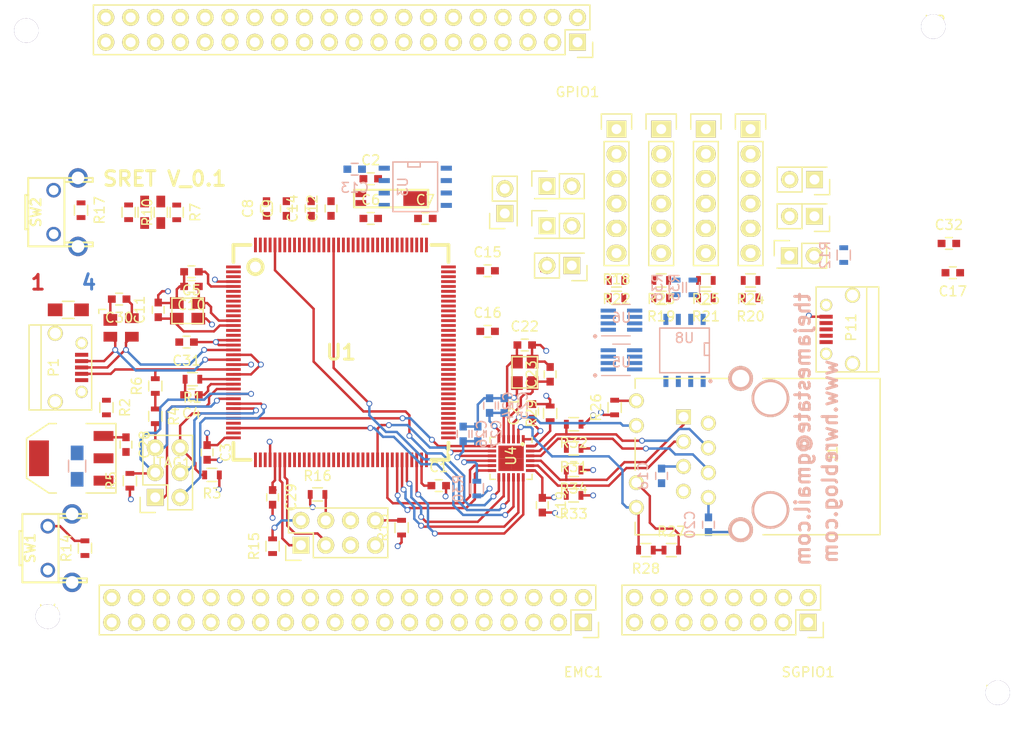
<source format=kicad_pcb>
(kicad_pcb (version 4) (host pcbnew 4.0.2+dfsg1-stable)
  (layers (0 Top signal) (1 Ground.Plane power hide) (2 Power.Plane mixed hide) (31 Bottom signal) (34 B.Paste user) (35 F.Paste user) (36 B.SilkS user) (37 F.SilkS user) (38 B.Mask user) (39 F.Mask user) (44 Edge.Cuts user))
  (net 0 "")
  (net 1 VCC)
  (net 2 GND)
  (net 3 /RTC2)
  (net 4 /RTC1)
  (net 5 /XTAL1)
  (net 6 /XTAL2)
  (net 7 /VBAT)
  (net 8 "Net-(C13-Pad2)")
  (net 9 "Net-(C18-Pad1)")
  (net 10 "Net-(C20-Pad1)")
  (net 11 /ENET_XTAL1)
  (net 12 /ENET_XTAL2)
  (net 13 "Net-(C24-Pad1)")
  (net 14 "Net-(C26-Pad1)")
  (net 15 /SD_CD/EMC_D6)
  (net 16 /GPIO16)
  (net 17 "Net-(D1-Pad1)")
  (net 18 "Net-(D2-Pad1)")
  (net 19 /BOOT3/EMC_A0)
  (net 20 /EMC_D0)
  (net 21 /EMC_A1)
  (net 22 /SD_DATA0/EMC_D1)
  (net 23 /EMC_A2)
  (net 24 /EMC_D2)
  (net 25 /EMC_A3)
  (net 26 /EMC_D3)
  (net 27 /EMC_A4)
  (net 28 /EMC_D4)
  (net 29 /SPIO_SEL/EMC_A5)
  (net 30 /EMC_D5)
  (net 31 /BOOT0/SSPO_MISO/EMC_A6)
  (net 32 /BOOT1/SSGPIO6/SSPO_MOSI/EMC_A7)
  (net 33 /EMC_D7)
  (net 34 /BOOT2/SGPIO12/EMC_A8)
  (net 35 /EMC_D8)
  (net 36 /EMC_A9)
  (net 37 /EMC_D9)
  (net 38 /SGPIO4/EMC_A10)
  (net 39 /U1_RXD/EMMC_D10)
  (net 40 /SGPIO3/EMC_A11)
  (net 41 /U1_RXD/EMC_D11)
  (net 42 /SGPIO2/EMC_A12)
  (net 43 /EMC_D12)
  (net 44 /SGPIO1/EMC_A13)
  (net 45 /EMC_D13)
  (net 46 /EMC_A14)
  (net 47 /EMC_D14)
  (net 48 /EMC_A15)
  (net 49 /EMC_D15)
  (net 50 /SGPIO8/SSP1_MOSI/EMC_BLS0#)
  (net 51 /EMC_BLS1#)
  (net 52 /SGPIO7/SSP1_MISO/EMC_OE#)
  (net 53 /SD_CMD/EMC_WE#)
  (net 54 /SD_POW/EMC_CS0#)
  (net 55 /SSP1_SCK)
  (net 56 "Net-(FB1-Pad1)")
  (net 57 "Net-(FB2-Pad1)")
  (net 58 /5V)
  (net 59 /GPIO0)
  (net 60 /GPIO1)
  (net 61 /GPIO2)
  (net 62 /GPIO3)
  (net 63 /GPIO4)
  (net 64 /GPIO5)
  (net 65 /GPIO6)
  (net 66 /GPIO7)
  (net 67 /GPIO8)
  (net 68 /GPIO9)
  (net 69 /GPIO10)
  (net 70 /GPIO11)
  (net 71 /GPIO12)
  (net 72 /GPIO13)
  (net 73 /GPIO14)
  (net 74 /GPIO15)
  (net 75 /GP_CLKIN)
  (net 76 /CANH_0)
  (net 77 /CANH_1)
  (net 78 /CANL_0)
  (net 79 /SSPO_CLK)
  (net 80 /ALARM)
  (net 81 /WAKEUP)
  (net 82 /SDA)
  (net 83 /SCL)
  (net 84 /ADC0)
  (net 85 /ADC1)
  (net 86 /ADC2)
  (net 87 /ADC3)
  (net 88 /ADC4)
  (net 89 /ADC5)
  (net 90 /ADC6)
  (net 91 /ADC7)
  (net 92 /RESET#)
  (net 93 "Net-(J1-Pad6)")
  (net 94 "Net-(J1-Pad4)")
  (net 95 "Net-(J1-Pad3)")
  (net 96 "Net-(J1-PadYK)")
  (net 97 "Net-(J1-PadGA)")
  (net 98 "Net-(J1-PadYA)")
  (net 99 "Net-(J1-PadGK)")
  (net 100 "Net-(J1-Pad1)")
  (net 101 TDI)
  (net 102 TRST#)
  (net 103 TCK)
  (net 104 TMS)
  (net 105 DBGEN)
  (net 106 TDO)
  (net 107 "Net-(P1-Pad2)")
  (net 108 "Net-(P1-Pad3)")
  (net 109 "Net-(P1-Pad4)")
  (net 110 "Net-(P2-Pad2)")
  (net 111 "Net-(P3-Pad2)")
  (net 112 "Net-(P4-Pad2)")
  (net 113 "Net-(P5-Pad2)")
  (net 114 "Net-(P6-Pad2)")
  (net 115 "Net-(P6-Pad4)")
  (net 116 "Net-(P6-Pad5)")
  (net 117 "Net-(P6-Pad6)")
  (net 118 "Net-(P7-Pad2)")
  (net 119 "Net-(P7-Pad4)")
  (net 120 "Net-(P7-Pad5)")
  (net 121 "Net-(P7-Pad6)")
  (net 122 "Net-(P8-Pad2)")
  (net 123 "Net-(P8-Pad4)")
  (net 124 "Net-(P8-Pad5)")
  (net 125 "Net-(P8-Pad6)")
  (net 126 "Net-(P9-Pad4)")
  (net 127 "Net-(P9-Pad5)")
  (net 128 "Net-(P9-Pad6)")
  (net 129 "Net-(P10-Pad2)")
  (net 130 "Net-(P10-Pad4)")
  (net 131 "Net-(P10-Pad6)")
  (net 132 "Net-(P10-Pad8)")
  (net 133 "Net-(P11-Pad2)")
  (net 134 "Net-(P11-Pad3)")
  (net 135 "Net-(P11-Pad4)")
  (net 136 "Net-(P12-Pad1)")
  (net 137 "Net-(P13-Pad1)")
  (net 138 "Net-(R1-Pad1)")
  (net 139 /SD_CLK)
  (net 140 /U0_TX)
  (net 141 /U2_TX)
  (net 142 /U3_TX)
  (net 143 /U0_RX)
  (net 144 /U2_RX)
  (net 145 /U3_RX)
  (net 146 "Net-(R29-Pad1)")
  (net 147 "Net-(R30-Pad1)")
  (net 148 /SGPIO0)
  (net 149 /SGPIO5)
  (net 150 /SDA_1/SGPIO9)
  (net 151 /SCL1/SGPIO10)
  (net 152 /SGPIO11)
  (net 153 /DAC)
  (net 154 "/CLK0(OUT)")
  (net 155 /CAN1_TXD)
  (net 156 /ENET_RXD1)
  (net 157 /CAN1_RXD)
  (net 158 /ENET_TX_EN)
  (net 159 /ENET_RXDO)
  (net 160 /ENET_CRS)
  (net 161 /ENET_MDIO)
  (net 162 /ENET_TXD0)
  (net 163 /ENET_REF_CLK)
  (net 164 /ENET_TXD1)
  (net 165 "Net-(U1-Pad73)")
  (net 166 /SGPIO11/USB1_VBUS)
  (net 167 /CAN0_RXD)
  (net 168 /CAN0_TXD)
  (net 169 /SCK)
  (net 170 /SIO3)
  (net 171 /SIO2)
  (net 172 /MISO)
  (net 173 /MOSI)
  (net 174 /SPIFI_CS)
  (net 175 /ENET_MDC)
  (net 176 /CANL_1)
  (net 177 /A)
  (net 178 /B)
  (net 179 "Net-(P14-Pad1)")
  (net 180 "Net-(P14-Pad2)")
  (net 181 "Net-(R35-Pad2)")
  (net 182 "Net-(R36-Pad2)")
  (module Crystals:crystal_FA238-TSX3225 (layer Top) (at 53.9 50.1 180)
    (fp_text reference X1)
    (fp_text value CRYSTAL_SMD)
    (pad 1 smd rect (at -1.1 0.8 180) (size 1.4 1.2) (layers Top F.Paste F.Mask) (net 5 /XTAL1))
    (pad 3 smd rect (at 1.1 0.8 180) (size 1.4 1.2) (layers Top F.Paste F.Mask) (net 2 GND))
    (pad 3 smd rect (at -1.1 -0.8 180) (size 1.4 1.2) (layers Top F.Paste F.Mask) (net 2 GND))
    (pad 2 smd rect (at 1.1 -0.8 180) (size 1.4 1.2) (layers Top F.Paste F.Mask) (net 6 /XTAL2))
  )
  (module Capacitors_SMD:C_0603 (layer Top) (at 89.2 60.4 90)
    (fp_text reference C21 (at 0 -1.9 90) (layer F.SilkS))
    (fp_text value 100nF)
    (pad 1 smd rect (at -0.75 0 90) (size 0.8 0.75) (layers Top F.Paste F.Mask) (net 1 VCC))
    (pad 2 smd rect (at 0.75 0 90) (size 0.8 0.75) (layers Top F.Paste F.Mask) (net 2 GND))
  )
  (module TO_SOT_Packages_SMD:SOT-223 (layer Top) (at 42 65.2 90)
    (fp_text reference U7)
    (fp_text value TC1262)
    (pad 4 smd rect (at 0 -3.302 90) (size 3.6576 2.032) (layers Top F.Paste F.Mask))
    (pad 2 smd rect (at 0 3.302 90) (size 1.016 2.032) (layers Top F.Paste F.Mask) (net 2 GND))
    (pad 3 smd rect (at 2.286 3.302 90) (size 1.016 2.032) (layers Top F.Paste F.Mask) (net 1 VCC))
    (pad 1 smd rect (at -2.286 3.302 90) (size 1.016 2.032) (layers Top F.Paste F.Mask) (net 58 /5V))
  )
  (module Resistors_SMD:R_0603 (layer Top) (at 50.6 60.9 270)
    (fp_text reference R4 (at 0 -1.9 270) (layer F.SilkS))
    (fp_text value 10k)
    (pad 1 smd rect (at -0.75 0 270) (size 0.5 0.9) (layers Top F.Paste F.Mask) (net 1 VCC))
    (pad 2 smd rect (at 0.75 0 270) (size 0.5 0.9) (layers Top F.Paste F.Mask) (net 105 DBGEN))
  )
  (module Resistors_SMD:R_0603_HandSoldering (layer Top) (at 51.16 40.01 270)
    (fp_text reference D1)
    (fp_text value LED)
    (pad 1 smd rect (at -1.1 0 270) (size 1.2 0.9) (layers Top F.Paste F.Mask) (net 17 "Net-(D1-Pad1)"))
    (pad 2 smd rect (at 1.1 0 270) (size 1.2 0.9) (layers Top F.Paste F.Mask) (net 1 VCC))
  )
  (module Resistors_SMD:R_0603_HandSoldering (layer Top) (at 49.51 40.01 270)
    (fp_text reference D2)
    (fp_text value LED)
    (pad 1 smd rect (at -1.1 0 270) (size 1.2 0.9) (layers Top F.Paste F.Mask) (net 18 "Net-(D2-Pad1)"))
    (pad 2 smd rect (at 1.1 0 270) (size 1.2 0.9) (layers Top F.Paste F.Mask) (net 1 VCC))
  )
  (module Resistors_SMD:R_0805_HandSoldering (layer Top) (at 41.7 50)
    (fp_text reference FB1)
    (fp_text value FILTER)
    (pad 1 smd rect (at -1.35 0) (size 1.5 1.3) (layers Top F.Paste F.Mask) (net 56 "Net-(FB1-Pad1)"))
    (pad 2 smd rect (at 1.35 0) (size 1.5 1.3) (layers Top F.Paste F.Mask) (net 2 GND))
  )
  (module Resistors_SMD:R_0805_HandSoldering (layer Bottom) (at 42.6 66 270)
    (fp_text reference FB2)
    (fp_text value FILTER)
    (pad 1 smd rect (at -1.35 0 270) (size 1.5 1.3) (layers Bottom B.Paste B.Mask) (net 57 "Net-(FB2-Pad1)"))
    (pad 2 smd rect (at 1.35 0 270) (size 1.5 1.3) (layers Bottom B.Paste B.Mask) (net 58 /5V))
  )
  (module Connect:RJ45_TRANSFO (layer Top) (at 104.648 60.96 90)
    (fp_text reference J1 (at -3.81 15.24 90) (layer F.SilkS))
    (fp_text value RJ45-TRANSFO)
    (pad Hole thru_hole circle (at 1.905 8.89 90) (size 3.85064 3.85064) (drill 3.302) (layers *.Cu *.SilkS *.Mask))
    (pad Hole thru_hole circle (at -9.525 8.89 90) (size 3.85064 3.85064) (drill 3.302) (layers *.Cu *.SilkS *.Mask))
    (pad 8 thru_hole circle (at -8.255 2.54 90) (size 1.524 1.524) (drill 1.016) (layers *.Cu *.Mask F.SilkS) (net 10 "Net-(C20-Pad1)"))
    (pad 7 thru_hole circle (at -7.62 0 90) (size 1.524 1.524) (drill 1.016) (layers *.Cu *.Mask F.SilkS))
    (pad 6 thru_hole circle (at -5.715 2.54 90) (size 1.524 1.524) (drill 1.016) (layers *.Cu *.Mask F.SilkS) (net 93 "Net-(J1-Pad6)"))
    (pad 5 thru_hole circle (at -5.08 0 90) (size 1.524 1.524) (drill 1.016) (layers *.Cu *.Mask F.SilkS) (net 9 "Net-(C18-Pad1)"))
    (pad 4 thru_hole circle (at -3.175 2.54 90) (size 1.524 1.524) (drill 1.016) (layers *.Cu *.Mask F.SilkS) (net 94 "Net-(J1-Pad4)"))
    (pad 3 thru_hole circle (at -2.54 0 90) (size 1.524 1.524) (drill 1.016) (layers *.Cu *.Mask F.SilkS) (net 95 "Net-(J1-Pad3)"))
    (pad 2 thru_hole circle (at -0.635 2.54 90) (size 1.524 1.524) (drill 1.016) (layers *.Cu *.Mask F.SilkS) (net 9 "Net-(C18-Pad1)"))
    (pad 13 thru_hole circle (at 3.937 5.842 90) (size 2.54 2.54) (drill 1.778) (layers *.Cu *.SilkS *.Mask) (net 2 GND))
    (pad 13 thru_hole circle (at -11.557 5.842 90) (size 2.54 2.54) (drill 1.778) (layers *.Cu *.SilkS *.Mask) (net 2 GND))
    (pad YK thru_hole circle (at -6.731 -4.826 90) (size 1.524 1.524) (drill 1.016) (layers *.Cu *.Mask F.SilkS) (net 96 "Net-(J1-PadYK)"))
    (pad GA thru_hole circle (at -0.889 -4.826 90) (size 1.524 1.524) (drill 1.016) (layers *.Cu *.Mask F.SilkS) (net 97 "Net-(J1-PadGA)"))
    (pad YA thru_hole circle (at -9.271 -4.826 90) (size 1.524 1.524) (drill 1.016) (layers *.Cu *.Mask F.SilkS) (net 98 "Net-(J1-PadYA)"))
    (pad GK thru_hole circle (at 1.651 -4.826 90) (size 1.524 1.524) (drill 1.016) (layers *.Cu *.Mask F.SilkS) (net 99 "Net-(J1-PadGK)"))
    (pad 1 thru_hole rect (at 0 0 90) (size 1.524 1.524) (drill 1.016) (layers *.Cu *.Mask F.SilkS) (net 100 "Net-(J1-Pad1)"))
  )
  (module Socket_Strips:Socket_Strip_Straight_2x03 (layer Top) (at 50.6 69.2 90)
    (fp_text reference JTAG1 (at 3.556 1.524 180) (layer F.SilkS))
    (fp_text value CONN_02X03)
    (pad 1 thru_hole rect (at 0 0 90) (size 1.7272 1.7272) (drill 1.016) (layers *.Cu *.Mask F.SilkS) (net 101 TDI))
    (pad 2 thru_hole oval (at 0 2.54 90) (size 1.7272 1.7272) (drill 1.016) (layers *.Cu *.Mask F.SilkS) (net 102 TRST#))
    (pad 3 thru_hole oval (at 2.54 0 90) (size 1.7272 1.7272) (drill 1.016) (layers *.Cu *.Mask F.SilkS) (net 103 TCK))
    (pad 4 thru_hole oval (at 2.54 2.54 90) (size 1.7272 1.7272) (drill 1.016) (layers *.Cu *.Mask F.SilkS) (net 104 TMS))
    (pad 5 thru_hole oval (at 5.08 0 90) (size 1.7272 1.7272) (drill 1.016) (layers *.Cu *.Mask F.SilkS) (net 105 DBGEN))
    (pad 6 thru_hole oval (at 5.08 2.54 90) (size 1.7272 1.7272) (drill 1.016) (layers *.Cu *.Mask F.SilkS) (net 106 TDO))
  )
  (module Pin_Headers:Pin_Header_Straight_2x01 (layer Top) (at 90.678 37.338)
    (fp_text reference P2)
    (fp_text value CONN_02X01)
    (pad 1 thru_hole rect (at 0 0) (size 1.7272 1.7272) (drill 1.016) (layers *.Cu *.Mask F.SilkS) (net 1 VCC))
    (pad 2 thru_hole oval (at 2.54 0) (size 1.7272 1.7272) (drill 1.016) (layers *.Cu *.Mask F.SilkS) (net 110 "Net-(P2-Pad2)"))
  )
  (module Pin_Headers:Pin_Header_Straight_2x01 (layer Top) (at 90.678 41.402)
    (fp_text reference P3)
    (fp_text value CONN_02X01)
    (pad 1 thru_hole rect (at 0 0) (size 1.7272 1.7272) (drill 1.016) (layers *.Cu *.Mask F.SilkS) (net 1 VCC))
    (pad 2 thru_hole oval (at 2.54 0) (size 1.7272 1.7272) (drill 1.016) (layers *.Cu *.Mask F.SilkS) (net 111 "Net-(P3-Pad2)"))
  )
  (module Pin_Headers:Pin_Header_Straight_2x01 (layer Top) (at 118.04 40.42 180)
    (fp_text reference P4)
    (fp_text value CONN_02X01)
    (pad 1 thru_hole rect (at 0 0 180) (size 1.7272 1.7272) (drill 1.016) (layers *.Cu *.Mask F.SilkS) (net 1 VCC))
    (pad 2 thru_hole oval (at 2.54 0 180) (size 1.7272 1.7272) (drill 1.016) (layers *.Cu *.Mask F.SilkS) (net 112 "Net-(P4-Pad2)"))
  )
  (module Pin_Headers:Pin_Header_Straight_2x01 (layer Top) (at 118.05 36.66 180)
    (fp_text reference P5)
    (fp_text value CONN_02X01)
    (pad 1 thru_hole rect (at 0 0 180) (size 1.7272 1.7272) (drill 1.016) (layers *.Cu *.Mask F.SilkS) (net 1 VCC))
    (pad 2 thru_hole oval (at 2.54 0 180) (size 1.7272 1.7272) (drill 1.016) (layers *.Cu *.Mask F.SilkS) (net 113 "Net-(P5-Pad2)"))
  )
  (module Pin_Headers:Pin_Header_Straight_1x06 (layer Top) (at 97.79 31.496)
    (fp_text reference P6)
    (fp_text value CONN_01X06)
    (pad 1 thru_hole rect (at 0 0) (size 2.032 1.7272) (drill 1.016) (layers *.Cu *.Mask F.SilkS) (net 2 GND))
    (pad 2 thru_hole oval (at 0 2.54) (size 2.032 1.7272) (drill 1.016) (layers *.Cu *.Mask F.SilkS) (net 114 "Net-(P6-Pad2)"))
    (pad 3 thru_hole oval (at 0 5.08) (size 2.032 1.7272) (drill 1.016) (layers *.Cu *.Mask F.SilkS) (net 110 "Net-(P2-Pad2)"))
    (pad 4 thru_hole oval (at 0 7.62) (size 2.032 1.7272) (drill 1.016) (layers *.Cu *.Mask F.SilkS) (net 115 "Net-(P6-Pad4)"))
    (pad 5 thru_hole oval (at 0 10.16) (size 2.032 1.7272) (drill 1.016) (layers *.Cu *.Mask F.SilkS) (net 116 "Net-(P6-Pad5)"))
    (pad 6 thru_hole oval (at 0 12.7) (size 2.032 1.7272) (drill 1.016) (layers *.Cu *.Mask F.SilkS) (net 117 "Net-(P6-Pad6)"))
  )
  (module Pin_Headers:Pin_Header_Straight_1x06 (layer Top) (at 102.362 31.496)
    (fp_text reference P7)
    (fp_text value CONN_01X06)
    (pad 1 thru_hole rect (at 0 0) (size 2.032 1.7272) (drill 1.016) (layers *.Cu *.Mask F.SilkS) (net 2 GND))
    (pad 2 thru_hole oval (at 0 2.54) (size 2.032 1.7272) (drill 1.016) (layers *.Cu *.Mask F.SilkS) (net 118 "Net-(P7-Pad2)"))
    (pad 3 thru_hole oval (at 0 5.08) (size 2.032 1.7272) (drill 1.016) (layers *.Cu *.Mask F.SilkS) (net 111 "Net-(P3-Pad2)"))
    (pad 4 thru_hole oval (at 0 7.62) (size 2.032 1.7272) (drill 1.016) (layers *.Cu *.Mask F.SilkS) (net 119 "Net-(P7-Pad4)"))
    (pad 5 thru_hole oval (at 0 10.16) (size 2.032 1.7272) (drill 1.016) (layers *.Cu *.Mask F.SilkS) (net 120 "Net-(P7-Pad5)"))
    (pad 6 thru_hole oval (at 0 12.7) (size 2.032 1.7272) (drill 1.016) (layers *.Cu *.Mask F.SilkS) (net 121 "Net-(P7-Pad6)"))
  )
  (module Pin_Headers:Pin_Header_Straight_1x06 (layer Top) (at 111.506 31.496)
    (fp_text reference P8)
    (fp_text value CONN_01X06)
    (pad 1 thru_hole rect (at 0 0) (size 2.032 1.7272) (drill 1.016) (layers *.Cu *.Mask F.SilkS) (net 2 GND))
    (pad 2 thru_hole oval (at 0 2.54) (size 2.032 1.7272) (drill 1.016) (layers *.Cu *.Mask F.SilkS) (net 122 "Net-(P8-Pad2)"))
    (pad 3 thru_hole oval (at 0 5.08) (size 2.032 1.7272) (drill 1.016) (layers *.Cu *.Mask F.SilkS) (net 112 "Net-(P4-Pad2)"))
    (pad 4 thru_hole oval (at 0 7.62) (size 2.032 1.7272) (drill 1.016) (layers *.Cu *.Mask F.SilkS) (net 123 "Net-(P8-Pad4)"))
    (pad 5 thru_hole oval (at 0 10.16) (size 2.032 1.7272) (drill 1.016) (layers *.Cu *.Mask F.SilkS) (net 124 "Net-(P8-Pad5)"))
    (pad 6 thru_hole oval (at 0 12.7) (size 2.032 1.7272) (drill 1.016) (layers *.Cu *.Mask F.SilkS) (net 125 "Net-(P8-Pad6)"))
  )
  (module Pin_Headers:Pin_Header_Straight_1x06 (layer Top) (at 106.934 31.496)
    (fp_text reference P9)
    (fp_text value CONN_01X06)
    (pad 1 thru_hole rect (at 0 0) (size 2.032 1.7272) (drill 1.016) (layers *.Cu *.Mask F.SilkS) (net 2 GND))
    (pad 2 thru_hole oval (at 0 2.54) (size 2.032 1.7272) (drill 1.016) (layers *.Cu *.Mask F.SilkS) (net 139 /SD_CLK))
    (pad 3 thru_hole oval (at 0 5.08) (size 2.032 1.7272) (drill 1.016) (layers *.Cu *.Mask F.SilkS) (net 113 "Net-(P5-Pad2)"))
    (pad 4 thru_hole oval (at 0 7.62) (size 2.032 1.7272) (drill 1.016) (layers *.Cu *.Mask F.SilkS) (net 126 "Net-(P9-Pad4)"))
    (pad 5 thru_hole oval (at 0 10.16) (size 2.032 1.7272) (drill 1.016) (layers *.Cu *.Mask F.SilkS) (net 127 "Net-(P9-Pad5)"))
    (pad 6 thru_hole oval (at 0 12.7) (size 2.032 1.7272) (drill 1.016) (layers *.Cu *.Mask F.SilkS) (net 128 "Net-(P9-Pad6)"))
  )
  (module Pin_Headers:Pin_Header_Straight_2x04 (layer Top) (at 65.5 74.1 90)
    (fp_text reference P10)
    (fp_text value CONN_02X04)
    (pad 1 thru_hole rect (at 0 0 90) (size 1.7272 1.7272) (drill 1.016) (layers *.Cu *.Mask F.SilkS) (net 31 /BOOT0/SSPO_MISO/EMC_A6))
    (pad 2 thru_hole oval (at 2.54 0 90) (size 1.7272 1.7272) (drill 1.016) (layers *.Cu *.Mask F.SilkS) (net 129 "Net-(P10-Pad2)"))
    (pad 3 thru_hole oval (at 0 2.54 90) (size 1.7272 1.7272) (drill 1.016) (layers *.Cu *.Mask F.SilkS) (net 32 /BOOT1/SSGPIO6/SSPO_MOSI/EMC_A7))
    (pad 4 thru_hole oval (at 2.54 2.54 90) (size 1.7272 1.7272) (drill 1.016) (layers *.Cu *.Mask F.SilkS) (net 130 "Net-(P10-Pad4)"))
    (pad 5 thru_hole oval (at 0 5.08 90) (size 1.7272 1.7272) (drill 1.016) (layers *.Cu *.Mask F.SilkS) (net 34 /BOOT2/SGPIO12/EMC_A8))
    (pad 6 thru_hole oval (at 2.54 5.08 90) (size 1.7272 1.7272) (drill 1.016) (layers *.Cu *.Mask F.SilkS) (net 131 "Net-(P10-Pad6)"))
    (pad 7 thru_hole oval (at 0 7.62 90) (size 1.7272 1.7272) (drill 1.016) (layers *.Cu *.Mask F.SilkS) (net 19 /BOOT3/EMC_A0))
    (pad 8 thru_hole oval (at 2.54 7.62 90) (size 1.7272 1.7272) (drill 1.016) (layers *.Cu *.Mask F.SilkS) (net 132 "Net-(P10-Pad8)"))
  )
  (module Pin_Headers:Pin_Header_Straight_2x01 (layer Top) (at 93.218 45.466 180)
    (fp_text reference P12)
    (fp_text value CONN_02X01)
    (pad 1 thru_hole rect (at 0 0 180) (size 1.7272 1.7272) (drill 1.016) (layers *.Cu *.Mask F.SilkS) (net 136 "Net-(P12-Pad1)"))
    (pad 2 thru_hole oval (at 2.54 0 180) (size 1.7272 1.7272) (drill 1.016) (layers *.Cu *.Mask F.SilkS) (net 1 VCC))
  )
  (module Pin_Headers:Pin_Header_Straight_2x01 (layer Top) (at 86.36 40.132 90)
    (fp_text reference P13)
    (fp_text value CONN_02X01)
    (pad 1 thru_hole rect (at 0 0 90) (size 1.7272 1.7272) (drill 1.016) (layers *.Cu *.Mask F.SilkS) (net 137 "Net-(P13-Pad1)"))
    (pad 2 thru_hole oval (at 2.54 0 90) (size 1.7272 1.7272) (drill 1.016) (layers *.Cu *.Mask F.SilkS) (net 1 VCC))
  )
  (module lib:button (layer Top) (at 39.6 74.4 270)
    (fp_text reference SW1 (at 0 1.8 270) (layer F.SilkS) (effects (font (size 1.00076 1.00076) (thickness 0.2032))))
    (fp_text value DFU hide)
    (pad 1 thru_hole circle (at -2.25 0 270) (size 1.5 1.5) (drill 0.99) (layers *.Cu *.Mask) (net 131 "Net-(P10-Pad6)"))
    (pad 2 thru_hole circle (at 2.25 0 270) (size 1.5 1.5) (drill 0.99) (layers *.Cu *.Mask) (net 1 VCC))
    (pad 0 thru_hole circle (at 3.505 -2.49 270) (size 2 2) (drill 1.3) (layers *.Cu *.Mask))
    (pad 0 thru_hole circle (at -3.505 -2.49 270) (size 2 2) (drill 1.3) (layers *.Cu *.Mask))
  )
  (module lib:button (layer Top) (at 40.2 40 270)
    (fp_text reference SW2 (at 0 1.8 270) (layer F.SilkS) (effects (font (size 1.00076 1.00076) (thickness 0.2032))))
    (fp_text value RESET hide)
    (pad 1 thru_hole circle (at -2.25 0 270) (size 1.5 1.5) (drill 0.99) (layers *.Cu *.Mask) (net 92 /RESET#))
    (pad 2 thru_hole circle (at 2.25 0 270) (size 1.5 1.5) (drill 0.99) (layers *.Cu *.Mask) (net 2 GND))
    (pad 0 thru_hole circle (at 3.505 -2.49 270) (size 2 2) (drill 1.3) (layers *.Cu *.Mask))
    (pad 0 thru_hole circle (at -3.505 -2.49 270) (size 2 2) (drill 1.3) (layers *.Cu *.Mask))
  )
  (module lib:lqfp144 (layer Top) (at 69.596 54.356)
    (fp_text reference U1 (at 0 0) (layer F.SilkS) (effects (font (thickness 0.3048))))
    (fp_text value LPC4330 hide)
    (pad 1 smd rect (at -11.00074 -8.7503) (size 1.50114 0.29464) (layers Top F.Paste F.Mask) (net 59 /GPIO0))
    (pad 2 smd rect (at -11.00074 -8.24992) (size 1.50114 0.29464) (layers Top F.Paste F.Mask) (net 85 /ADC1))
    (pad 3 smd rect (at -11.00074 -7.74954) (size 1.50114 0.29464) (layers Top F.Paste F.Mask) (net 142 /U3_TX))
    (pad 4 smd rect (at -11.00074 -7.24916) (size 1.50114 0.29464) (layers Top F.Paste F.Mask) (net 2 GND))
    (pad 5 smd rect (at -11.00074 -6.74878) (size 1.50114 0.29464) (layers Top F.Paste F.Mask) (net 1 VCC))
    (pad 6 smd rect (at -11.00074 -6.25094) (size 1.50114 0.29464) (layers Top F.Paste F.Mask) (net 84 /ADC0))
    (pad 7 smd rect (at -11.00074 -5.75056) (size 1.50114 0.29464) (layers Top F.Paste F.Mask) (net 60 /GPIO1))
    (pad 8 smd rect (at -11.00074 -5.25018) (size 1.50114 0.29464) (layers Top F.Paste F.Mask) (net 145 /U3_RX))
    (pad 9 smd rect (at -11.00074 -4.7498) (size 1.50114 0.29464) (layers Top F.Paste F.Mask) (net 153 /DAC))
    (pad 10 smd rect (at -11.00074 -4.24942) (size 1.50114 0.29464) (layers Top F.Paste F.Mask) (net 61 /GPIO2))
    (pad 11 smd rect (at -11.00074 -3.74904) (size 1.50114 0.29464) (layers Top F.Paste F.Mask) (net 62 /GPIO3))
    (pad 12 smd rect (at -11.00074 -3.2512) (size 1.50114 0.29464) (layers Top F.Paste F.Mask) (net 5 /XTAL1))
    (pad 13 smd rect (at -11.00074 -2.75082) (size 1.50114 0.29464) (layers Top F.Paste F.Mask) (net 6 /XTAL2))
    (pad 14 smd rect (at -11.00074 -2.25044) (size 1.50114 0.29464) (layers Top F.Paste F.Mask) (net 75 /GP_CLKIN))
    (pad 15 smd rect (at -11.00074 -1.75006) (size 1.50114 0.29464) (layers Top F.Paste F.Mask) (net 155 /CAN1_TXD))
    (pad 16 smd rect (at -11.00074 -1.24968) (size 1.50114 0.29464) (layers Top F.Paste F.Mask) (net 1 VCC))
    (pad 17 smd rect (at -11.00074 -0.7493) (size 1.50114 0.29464) (layers Top F.Paste F.Mask) (net 1 VCC))
    (pad 18 smd rect (at -11.00074 -0.24892) (size 1.50114 0.29464) (layers Top F.Paste F.Mask) (net 108 "Net-(P1-Pad3)"))
    (pad 19 smd rect (at -11.00074 0.24892) (size 1.50114 0.29464) (layers Top F.Paste F.Mask) (net 2 GND))
    (pad 20 smd rect (at -11.00074 0.7493) (size 1.50114 0.29464) (layers Top F.Paste F.Mask) (net 107 "Net-(P1-Pad2)"))
    (pad 21 smd rect (at -11.00074 1.24968) (size 1.50114 0.29464) (layers Top F.Paste F.Mask) (net 58 /5V))
    (pad 22 smd rect (at -11.00074 1.75006) (size 1.50114 0.29464) (layers Top F.Paste F.Mask) (net 109 "Net-(P1-Pad4)"))
    (pad 23 smd rect (at -11.00074 2.25044) (size 1.50114 0.29464) (layers Top F.Paste F.Mask) (net 2 GND))
    (pad 24 smd rect (at -11.00074 2.75082) (size 1.50114 0.29464) (layers Top F.Paste F.Mask) (net 138 "Net-(R1-Pad1)"))
    (pad 25 smd rect (at -11.00074 3.2512) (size 1.50114 0.29464) (layers Top F.Paste F.Mask) (net 1 VCC))
    (pad 26 smd rect (at -11.00074 3.74904) (size 1.50114 0.29464) (layers Top F.Paste F.Mask) (net 101 TDI))
    (pad 27 smd rect (at -11.00074 4.24942) (size 1.50114 0.29464) (layers Top F.Paste F.Mask) (net 103 TCK))
    (pad 28 smd rect (at -11.00074 4.7498) (size 1.50114 0.29464) (layers Top F.Paste F.Mask) (net 105 DBGEN))
    (pad 29 smd rect (at -11.00074 5.25018) (size 1.50114 0.29464) (layers Top F.Paste F.Mask) (net 102 TRST#))
    (pad 30 smd rect (at -11.00074 5.75056) (size 1.50114 0.29464) (layers Top F.Paste F.Mask) (net 104 TMS))
    (pad 31 smd rect (at -11.00074 6.25094) (size 1.50114 0.29464) (layers Top F.Paste F.Mask) (net 106 TDO))
    (pad 32 smd rect (at -11.00074 6.74878) (size 1.50114 0.29464) (layers Top F.Paste F.Mask) (net 156 /ENET_RXD1))
    (pad 33 smd rect (at -11.00074 7.24916) (size 1.50114 0.29464) (layers Top F.Paste F.Mask) (net 157 /CAN1_RXD))
    (pad 34 smd rect (at -11.00074 7.74954) (size 1.50114 0.29464) (layers Top F.Paste F.Mask) (net 158 /ENET_TX_EN))
    (pad 35 smd rect (at -11.00074 8.24992) (size 1.50114 0.29464) (layers Top F.Paste F.Mask) (net 63 /GPIO4))
    (pad 36 smd rect (at -11.00074 8.7503) (size 1.50114 0.29464) (layers Top F.Paste F.Mask) (net 1 VCC))
    (pad 37 smd rect (at -8.7503 11.00074 90) (size 1.50114 0.29464) (layers Top F.Paste F.Mask) (net 43 /EMC_D12))
    (pad 38 smd rect (at -8.24992 11.00074 90) (size 1.50114 0.29464) (layers Top F.Paste F.Mask) (net 29 /SPIO_SEL/EMC_A5))
    (pad 39 smd rect (at -7.74954 11.00074 90) (size 1.50114 0.29464) (layers Top F.Paste F.Mask) (net 45 /EMC_D13))
    (pad 40 smd rect (at -7.24916 11.00074 90) (size 1.50114 0.29464) (layers Top F.Paste F.Mask) (net 2 GND))
    (pad 41 smd rect (at -6.74878 11.00074 90) (size 1.50114 0.29464) (layers Top F.Paste F.Mask) (net 1 VCC))
    (pad 42 smd rect (at -6.25094 11.00074 90) (size 1.50114 0.29464) (layers Top F.Paste F.Mask) (net 31 /BOOT0/SSPO_MISO/EMC_A6))
    (pad 43 smd rect (at -5.75056 11.00074 90) (size 1.50114 0.29464) (layers Top F.Paste F.Mask) (net 32 /BOOT1/SSGPIO6/SSPO_MOSI/EMC_A7))
    (pad 44 smd rect (at -5.25018 11.00074 90) (size 1.50114 0.29464) (layers Top F.Paste F.Mask) (net 52 /SGPIO7/SSP1_MISO/EMC_OE#))
    (pad 45 smd rect (at -4.7498 11.00074 90) (size 1.50114 0.29464) (layers Top F.Paste F.Mask) (net 154 "/CLK0(OUT)"))
    (pad 46 smd rect (at -4.24942 11.00074 90) (size 1.50114 0.29464) (layers Top F.Paste F.Mask) (net 47 /EMC_D14))
    (pad 47 smd rect (at -3.74904 11.00074 90) (size 1.50114 0.29464) (layers Top F.Paste F.Mask) (net 50 /SGPIO8/SSP1_MOSI/EMC_BLS0#))
    (pad 48 smd rect (at -3.2512 11.00074 90) (size 1.50114 0.29464) (layers Top F.Paste F.Mask) (net 54 /SD_POW/EMC_CS0#))
    (pad 49 smd rect (at -2.75082 11.00074 90) (size 1.50114 0.29464) (layers Top F.Paste F.Mask) (net 53 /SD_CMD/EMC_WE#))
    (pad 50 smd rect (at -2.25044 11.00074 90) (size 1.50114 0.29464) (layers Top F.Paste F.Mask) (net 20 /EMC_D0))
    (pad 51 smd rect (at -1.75006 11.00074 90) (size 1.50114 0.29464) (layers Top F.Paste F.Mask) (net 22 /SD_DATA0/EMC_D1))
    (pad 52 smd rect (at -1.24968 11.00074 90) (size 1.50114 0.29464) (layers Top F.Paste F.Mask) (net 24 /EMC_D2))
    (pad 53 smd rect (at -0.7493 11.00074 90) (size 1.50114 0.29464) (layers Top F.Paste F.Mask) (net 26 /EMC_D3))
    (pad 54 smd rect (at -0.24892 11.00074 90) (size 1.50114 0.29464) (layers Top F.Paste F.Mask) (net 49 /EMC_D15))
    (pad 55 smd rect (at 0.24892 11.00074 90) (size 1.50114 0.29464) (layers Top F.Paste F.Mask) (net 28 /EMC_D4))
    (pad 56 smd rect (at 0.7493 11.00074 90) (size 1.50114 0.29464) (layers Top F.Paste F.Mask) (net 30 /EMC_D5))
    (pad 57 smd rect (at 1.24968 11.00074 90) (size 1.50114 0.29464) (layers Top F.Paste F.Mask) (net 35 /EMC_D8))
    (pad 58 smd rect (at 1.75006 11.00074 90) (size 1.50114 0.29464) (layers Top F.Paste F.Mask) (net 37 /EMC_D9))
    (pad 59 smd rect (at 2.25044 11.00074 90) (size 1.50114 0.29464) (layers Top F.Paste F.Mask) (net 1 VCC))
    (pad 60 smd rect (at 2.75082 11.00074 90) (size 1.50114 0.29464) (layers Top F.Paste F.Mask) (net 15 /SD_CD/EMC_D6))
    (pad 61 smd rect (at 3.2512 11.00074 90) (size 1.50114 0.29464) (layers Top F.Paste F.Mask) (net 33 /EMC_D7))
    (pad 62 smd rect (at 3.74904 11.00074 90) (size 1.50114 0.29464) (layers Top F.Paste F.Mask) (net 159 /ENET_RXDO))
    (pad 63 smd rect (at 4.24942 11.00074 90) (size 1.50114 0.29464) (layers Top F.Paste F.Mask) (net 39 /U1_RXD/EMMC_D10))
    (pad 64 smd rect (at 4.7498 11.00074 90) (size 1.50114 0.29464) (layers Top F.Paste F.Mask) (net 160 /ENET_CRS))
    (pad 65 smd rect (at 5.25018 11.00074 90) (size 1.50114 0.29464) (layers Top F.Paste F.Mask) (net 41 /U1_RXD/EMC_D11))
    (pad 66 smd rect (at 5.75056 11.00074 90) (size 1.50114 0.29464) (layers Top F.Paste F.Mask) (net 161 /ENET_MDIO))
    (pad 67 smd rect (at 6.25094 11.00074 90) (size 1.50114 0.29464) (layers Top F.Paste F.Mask) (net 162 /ENET_TXD0))
    (pad 68 smd rect (at 6.74878 11.00074 90) (size 1.50114 0.29464) (layers Top F.Paste F.Mask) (net 163 /ENET_REF_CLK))
    (pad 69 smd rect (at 7.24916 11.00074 90) (size 1.50114 0.29464) (layers Top F.Paste F.Mask) (net 148 /SGPIO0))
    (pad 70 smd rect (at 7.74954 11.00074 90) (size 1.50114 0.29464) (layers Top F.Paste F.Mask) (net 164 /ENET_TXD1))
    (pad 71 smd rect (at 8.24992 11.00074 90) (size 1.50114 0.29464) (layers Top F.Paste F.Mask) (net 1 VCC))
    (pad 72 smd rect (at 8.7503 11.00074 90) (size 1.50114 0.29464) (layers Top F.Paste F.Mask) (net 149 /SGPIO5))
    (pad 73 smd rect (at 11.00074 8.7503) (size 1.50114 0.29464) (layers Top F.Paste F.Mask) (net 165 "Net-(U1-Pad73)"))
    (pad 74 smd rect (at 11.00074 8.24992) (size 1.50114 0.29464) (layers Top F.Paste F.Mask) (net 64 /GPIO5))
    (pad 75 smd rect (at 11.00074 7.74954) (size 1.50114 0.29464) (layers Top F.Paste F.Mask) (net 44 /SGPIO1/EMC_A13))
    (pad 76 smd rect (at 11.00074 7.24916) (size 1.50114 0.29464) (layers Top F.Paste F.Mask) (net 2 GND))
    (pad 77 smd rect (at 11.00074 6.74878) (size 1.50114 0.29464) (layers Top F.Paste F.Mask) (net 1 VCC))
    (pad 78 smd rect (at 11.00074 6.25094) (size 1.50114 0.29464) (layers Top F.Paste F.Mask) (net 65 /GPIO6))
    (pad 79 smd rect (at 11.00074 5.75056) (size 1.50114 0.29464) (layers Top F.Paste F.Mask) (net 66 /GPIO7))
    (pad 80 smd rect (at 11.00074 5.25018) (size 1.50114 0.29464) (layers Top F.Paste F.Mask) (net 140 /U0_TX))
    (pad 81 smd rect (at 11.00074 4.7498) (size 1.50114 0.29464) (layers Top F.Paste F.Mask) (net 42 /SGPIO2/EMC_A12))
    (pad 82 smd rect (at 11.00074 4.24942) (size 1.50114 0.29464) (layers Top F.Paste F.Mask) (net 143 /U0_RX))
    (pad 83 smd rect (at 11.00074 3.74904) (size 1.50114 0.29464) (layers Top F.Paste F.Mask) (net 51 /EMC_BLS1#))
    (pad 84 smd rect (at 11.00074 3.2512) (size 1.50114 0.29464) (layers Top F.Paste F.Mask) (net 40 /SGPIO3/EMC_A11))
    (pad 85 smd rect (at 11.00074 2.75082) (size 1.50114 0.29464) (layers Top F.Paste F.Mask) (net 48 /EMC_A15))
    (pad 86 smd rect (at 11.00074 2.25044) (size 1.50114 0.29464) (layers Top F.Paste F.Mask) (net 46 /EMC_A14))
    (pad 87 smd rect (at 11.00074 1.75006) (size 1.50114 0.29464) (layers Top F.Paste F.Mask) (net 150 /SDA_1/SGPIO9))
    (pad 88 smd rect (at 11.00074 1.24968) (size 1.50114 0.29464) (layers Top F.Paste F.Mask) (net 151 /SCL1/SGPIO10))
    (pad 89 smd rect (at 11.00074 0.7493) (size 1.50114 0.29464) (layers Top F.Paste F.Mask) (net 134 "Net-(P11-Pad3)"))
    (pad 90 smd rect (at 11.00074 0.24892) (size 1.50114 0.29464) (layers Top F.Paste F.Mask) (net 133 "Net-(P11-Pad2)"))
    (pad 91 smd rect (at 11.00074 -0.24892) (size 1.50114 0.29464) (layers Top F.Paste F.Mask) (net 166 /SGPIO11/USB1_VBUS))
    (pad 92 smd rect (at 11.00074 -0.7493) (size 1.50114 0.29464) (layers Top F.Paste F.Mask) (net 83 /SCL))
    (pad 93 smd rect (at 11.00074 -1.24968) (size 1.50114 0.29464) (layers Top F.Paste F.Mask) (net 82 /SDA))
    (pad 94 smd rect (at 11.00074 -1.75006) (size 1.50114 0.29464) (layers Top F.Paste F.Mask) (net 1 VCC))
    (pad 95 smd rect (at 11.00074 -2.25044) (size 1.50114 0.29464) (layers Top F.Paste F.Mask) (net 38 /SGPIO4/EMC_A10))
    (pad 96 smd rect (at 11.00074 -2.75082) (size 1.50114 0.29464) (layers Top F.Paste F.Mask) (net 36 /EMC_A9))
    (pad 97 smd rect (at 11.00074 -3.2512) (size 1.50114 0.29464) (layers Top F.Paste F.Mask) (net 67 /GPIO8))
    (pad 98 smd rect (at 11.00074 -3.74904) (size 1.50114 0.29464) (layers Top F.Paste F.Mask) (net 34 /BOOT2/SGPIO12/EMC_A8))
    (pad 99 smd rect (at 11.00074 -4.24942) (size 1.50114 0.29464) (layers Top F.Paste F.Mask) (net 139 /SD_CLK))
    (pad 100 smd rect (at 11.00074 -4.7498) (size 1.50114 0.29464) (layers Top F.Paste F.Mask) (net 68 /GPIO9))
    (pad 101 smd rect (at 11.00074 -5.25018) (size 1.50114 0.29464) (layers Top F.Paste F.Mask) (net 69 /GPIO10))
    (pad 102 smd rect (at 11.00074 -5.75056) (size 1.50114 0.29464) (layers Top F.Paste F.Mask) (net 19 /BOOT3/EMC_A0))
    (pad 103 smd rect (at 11.00074 -6.25094) (size 1.50114 0.29464) (layers Top F.Paste F.Mask) (net 70 /GPIO11))
    (pad 104 smd rect (at 11.00074 -6.74878) (size 1.50114 0.29464) (layers Top F.Paste F.Mask) (net 21 /EMC_A1))
    (pad 105 smd rect (at 11.00074 -7.24916) (size 1.50114 0.29464) (layers Top F.Paste F.Mask) (net 23 /EMC_A2))
    (pad 106 smd rect (at 11.00074 -7.74954) (size 1.50114 0.29464) (layers Top F.Paste F.Mask) (net 25 /EMC_A3))
    (pad 107 smd rect (at 11.00074 -8.24992) (size 1.50114 0.29464) (layers Top F.Paste F.Mask) (net 1 VCC))
    (pad 108 smd rect (at 11.00074 -8.7503) (size 1.50114 0.29464) (layers Top F.Paste F.Mask) (net 27 /EMC_A4))
    (pad 109 smd rect (at 8.7503 -11.00074 90) (size 1.50114 0.29464) (layers Top F.Paste F.Mask) (net 2 GND))
    (pad 110 smd rect (at 8.24992 -11.00074 90) (size 1.50114 0.29464) (layers Top F.Paste F.Mask) (net 71 /GPIO12))
    (pad 111 smd rect (at 7.74954 -11.00074 90) (size 1.50114 0.29464) (layers Top F.Paste F.Mask) (net 1 VCC))
    (pad 112 smd rect (at 7.24916 -11.00074 90) (size 1.50114 0.29464) (layers Top F.Paste F.Mask) (net 79 /SSPO_CLK))
    (pad 113 smd rect (at 6.74878 -11.00074 90) (size 1.50114 0.29464) (layers Top F.Paste F.Mask) (net 141 /U2_TX))
    (pad 114 smd rect (at 6.25094 -11.00074 90) (size 1.50114 0.29464) (layers Top F.Paste F.Mask) (net 167 /CAN0_RXD))
    (pad 115 smd rect (at 5.75056 -11.00074 90) (size 1.50114 0.29464) (layers Top F.Paste F.Mask) (net 144 /U2_RX))
    (pad 116 smd rect (at 5.25018 -11.00074 90) (size 1.50114 0.29464) (layers Top F.Paste F.Mask) (net 168 /CAN0_TXD))
    (pad 117 smd rect (at 4.7498 -11.00074 90) (size 1.50114 0.29464) (layers Top F.Paste F.Mask) (net 72 /GPIO13))
    (pad 118 smd rect (at 4.24942 -11.00074 90) (size 1.50114 0.29464) (layers Top F.Paste F.Mask) (net 169 /SCK))
    (pad 119 smd rect (at 3.74904 -11.00074 90) (size 1.50114 0.29464) (layers Top F.Paste F.Mask) (net 170 /SIO3))
    (pad 120 smd rect (at 3.2512 -11.00074 90) (size 1.50114 0.29464) (layers Top F.Paste F.Mask) (net 55 /SSP1_SCK))
    (pad 121 smd rect (at 2.75082 -11.00074 90) (size 1.50114 0.29464) (layers Top F.Paste F.Mask) (net 171 /SIO2))
    (pad 122 smd rect (at 2.25044 -11.00074 90) (size 1.50114 0.29464) (layers Top F.Paste F.Mask) (net 172 /MISO))
    (pad 123 smd rect (at 1.75006 -11.00074 90) (size 1.50114 0.29464) (layers Top F.Paste F.Mask) (net 173 /MOSI))
    (pad 124 smd rect (at 1.24968 -11.00074 90) (size 1.50114 0.29464) (layers Top F.Paste F.Mask) (net 174 /SPIFI_CS))
    (pad 125 smd rect (at 0.7493 -11.00074 90) (size 1.50114 0.29464) (layers Top F.Paste F.Mask) (net 4 /RTC1))
    (pad 126 smd rect (at 0.24892 -11.00074 90) (size 1.50114 0.29464) (layers Top F.Paste F.Mask) (net 3 /RTC2))
    (pad 127 smd rect (at -0.24892 -11.00074 90) (size 1.50114 0.29464) (layers Top F.Paste F.Mask) (net 7 /VBAT))
    (pad 128 smd rect (at -0.7493 -11.00074 90) (size 1.50114 0.29464) (layers Top F.Paste F.Mask) (net 92 /RESET#))
    (pad 129 smd rect (at -1.24968 -11.00074 90) (size 1.50114 0.29464) (layers Top F.Paste F.Mask) (net 80 /ALARM))
    (pad 130 smd rect (at -1.75006 -11.00074 90) (size 1.50114 0.29464) (layers Top F.Paste F.Mask) (net 81 /WAKEUP))
    (pad 131 smd rect (at -2.25044 -11.00074 90) (size 1.50114 0.29464) (layers Top F.Paste F.Mask) (net 1 VCC))
    (pad 132 smd rect (at -2.75082 -11.00074 90) (size 1.50114 0.29464) (layers Top F.Paste F.Mask) (net 73 /GPIO14))
    (pad 133 smd rect (at -3.2512 -11.00074 90) (size 1.50114 0.29464) (layers Top F.Paste F.Mask) (net 74 /GPIO15))
    (pad 134 smd rect (at -3.74904 -11.00074 90) (size 1.50114 0.29464) (layers Top F.Paste F.Mask) (net 16 /GPIO16))
    (pad 135 smd rect (at -4.24942 -11.00074 90) (size 1.50114 0.29464) (layers Top F.Paste F.Mask) (net 2 GND))
    (pad 136 smd rect (at -4.7498 -11.00074 90) (size 1.50114 0.29464) (layers Top F.Paste F.Mask) (net 91 /ADC7))
    (pad 137 smd rect (at -5.25018 -11.00074 90) (size 1.50114 0.29464) (layers Top F.Paste F.Mask) (net 1 VCC))
    (pad 138 smd rect (at -5.75056 -11.00074 90) (size 1.50114 0.29464) (layers Top F.Paste F.Mask) (net 88 /ADC4))
    (pad 139 smd rect (at -6.25094 -11.00074 90) (size 1.50114 0.29464) (layers Top F.Paste F.Mask) (net 87 /ADC3))
    (pad 140 smd rect (at -6.74878 -11.00074 90) (size 1.50114 0.29464) (layers Top F.Paste F.Mask) (net 175 /ENET_MDC))
    (pad 141 smd rect (at -7.24916 -11.00074 90) (size 1.50114 0.29464) (layers Top F.Paste F.Mask) (net 1 VCC))
    (pad 142 smd rect (at -7.74954 -11.00074 90) (size 1.50114 0.29464) (layers Top F.Paste F.Mask) (net 90 /ADC6))
    (pad 143 smd rect (at -8.24992 -11.00074 90) (size 1.50114 0.29464) (layers Top F.Paste F.Mask) (net 86 /ADC2))
    (pad 144 smd rect (at -8.7503 -11.00074 90) (size 1.50114 0.29464) (layers Top F.Paste F.Mask) (net 89 /ADC5))
  )
  (module TO_SOT_Packages_SMD:SOT-143 (layer Top) (at 47.1 51.8 270)
    (fp_text reference U2)
    (fp_text value DRTR5V0U2SR)
    (pad 1 smd rect (at -0.76962 1.09982 270) (size 1.19888 1.39954) (layers Top F.Paste F.Mask) (net 2 GND))
    (pad 2 smd rect (at 0.94996 1.09982 270) (size 1.00076 1.39954) (layers Top F.Paste F.Mask) (net 107 "Net-(P1-Pad2)"))
    (pad 3 smd rect (at 0.94996 -1.09982 270) (size 1.00076 1.39954) (layers Top F.Paste F.Mask) (net 108 "Net-(P1-Pad3)"))
    (pad 4 smd rect (at -0.94996 -1.09982 270) (size 1.00076 1.39954) (layers Top F.Paste F.Mask) (net 1 VCC))
  )
  (module SMD_Packages:SOIC-8-N (layer Bottom) (at 77.2 37.4 270)
    (fp_text reference U3 (at 0 1.27 270) (layer B.SilkS) (effects (justify mirror)))
    (fp_text value W25Q80BV)
    (pad 8 smd rect (at -1.905 3.175 270) (size 0.508 1.143) (layers Bottom B.Paste B.Mask) (net 8 "Net-(C13-Pad2)"))
    (pad 7 smd rect (at -0.635 3.175 270) (size 0.508 1.143) (layers Bottom B.Paste B.Mask) (net 170 /SIO3))
    (pad 6 smd rect (at 0.635 3.175 270) (size 0.508 1.143) (layers Bottom B.Paste B.Mask) (net 169 /SCK))
    (pad 5 smd rect (at 1.905 3.175 270) (size 0.508 1.143) (layers Bottom B.Paste B.Mask) (net 173 /MOSI))
    (pad 4 smd rect (at 1.905 -3.175 270) (size 0.508 1.143) (layers Bottom B.Paste B.Mask) (net 2 GND))
    (pad 3 smd rect (at 0.635 -3.175 270) (size 0.508 1.143) (layers Bottom B.Paste B.Mask) (net 171 /SIO2))
    (pad 2 smd rect (at -0.635 -3.175 270) (size 0.508 1.143) (layers Bottom B.Paste B.Mask) (net 172 /MISO))
    (pad 1 smd rect (at -1.905 -3.175 270) (size 0.508 1.143) (layers Bottom B.Paste B.Mask) (net 174 /SPIFI_CS))
  )
  (module Housings_DFN_QFN:QFN-24-1EP_4x4mm_Pitch0.5mm (layer Top) (at 87 65.2 270)
    (fp_text reference U4 (at -0.254 0 270) (layer F.SilkS))
    (fp_text value LAN8742A)
    (pad 1 smd rect (at -1.95 -1.25 270) (size 0.85 0.3) (layers Top F.Paste F.Mask) (net 1 VCC))
    (pad 2 smd rect (at -1.95 -0.75 270) (size 0.85 0.3) (layers Top F.Paste F.Mask) (net 98 "Net-(J1-PadYA)"))
    (pad 3 smd rect (at -1.95 -0.25 270) (size 0.85 0.3) (layers Top F.Paste F.Mask) (net 97 "Net-(J1-PadGA)"))
    (pad 4 smd rect (at -1.95 0.25 270) (size 0.85 0.3) (layers Top F.Paste F.Mask) (net 12 /ENET_XTAL2))
    (pad 5 smd rect (at -1.95 0.75 270) (size 0.85 0.3) (layers Top F.Paste F.Mask) (net 11 /ENET_XTAL1))
    (pad 6 smd rect (at -1.95 1.25 270) (size 0.85 0.3) (layers Top F.Paste F.Mask) (net 13 "Net-(C24-Pad1)"))
    (pad 7 smd rect (at -1.25 1.95) (size 0.85 0.3) (layers Top F.Paste F.Mask) (net 156 /ENET_RXD1))
    (pad 8 smd rect (at -0.75 1.95) (size 0.85 0.3) (layers Top F.Paste F.Mask) (net 159 /ENET_RXDO))
    (pad 9 smd rect (at -0.25 1.95) (size 0.85 0.3) (layers Top F.Paste F.Mask) (net 14 "Net-(C26-Pad1)"))
    (pad 10 smd rect (at 0.25 1.95) (size 0.85 0.3) (layers Top F.Paste F.Mask) (net 147 "Net-(R30-Pad1)"))
    (pad 11 smd rect (at 0.75 1.95) (size 0.85 0.3) (layers Top F.Paste F.Mask) (net 160 /ENET_CRS))
    (pad 12 smd rect (at 1.25 1.95) (size 0.85 0.3) (layers Top F.Paste F.Mask) (net 161 /ENET_MDIO))
    (pad 13 smd rect (at 1.95 1.25 270) (size 0.85 0.3) (layers Top F.Paste F.Mask) (net 175 /ENET_MDC))
    (pad 14 smd rect (at 1.95 0.75 270) (size 0.85 0.3) (layers Top F.Paste F.Mask) (net 163 /ENET_REF_CLK))
    (pad 15 smd rect (at 1.95 0.25 270) (size 0.85 0.3) (layers Top F.Paste F.Mask) (net 92 /RESET#))
    (pad 16 smd rect (at 1.95 -0.25 270) (size 0.85 0.3) (layers Top F.Paste F.Mask) (net 158 /ENET_TX_EN))
    (pad 17 smd rect (at 1.95 -0.75 270) (size 0.85 0.3) (layers Top F.Paste F.Mask) (net 162 /ENET_TXD0))
    (pad 18 smd rect (at 1.95 -1.25 270) (size 0.85 0.3) (layers Top F.Paste F.Mask) (net 164 /ENET_TXD1))
    (pad 19 smd rect (at 1.25 -1.95) (size 0.85 0.3) (layers Top F.Paste F.Mask) (net 1 VCC))
    (pad 20 smd rect (at 0.75 -1.95) (size 0.85 0.3) (layers Top F.Paste F.Mask) (net 95 "Net-(J1-Pad3)"))
    (pad 21 smd rect (at 0.25 -1.95) (size 0.85 0.3) (layers Top F.Paste F.Mask) (net 100 "Net-(J1-Pad1)"))
    (pad 22 smd rect (at -0.25 -1.95) (size 0.85 0.3) (layers Top F.Paste F.Mask) (net 93 "Net-(J1-Pad6)"))
    (pad 23 smd rect (at -0.75 -1.95) (size 0.85 0.3) (layers Top F.Paste F.Mask) (net 94 "Net-(J1-Pad4)"))
    (pad 24 smd rect (at -1.25 -1.95) (size 0.85 0.3) (layers Top F.Paste F.Mask) (net 146 "Net-(R29-Pad1)"))
    (pad 25 smd rect (at 0.65 0.65 270) (size 1.3 1.3) (layers Top F.Paste F.Mask) (net 2 GND))
    (pad 25 smd rect (at 0.65 -0.65 270) (size 1.3 1.3) (layers Top F.Paste F.Mask) (net 2 GND))
    (pad 25 smd rect (at -0.65 0.65 270) (size 1.3 1.3) (layers Top F.Paste F.Mask) (net 2 GND))
    (pad 25 smd rect (at -0.65 -0.65 270) (size 1.3 1.3) (layers Top F.Paste F.Mask) (net 2 GND))
  )
  (module lib:sot-23-8 (layer Bottom) (at 98.298 55.118)
    (fp_text reference U5 (at 0 0.254) (layer B.SilkS) (effects (justify mirror)))
    (fp_text value MAX3051)
    (pad 1 smd rect (at -1.35 0.98) (size 1.56 0.4) (layers Bottom B.Paste B.Mask) (net 168 /CAN0_TXD))
    (pad 2 smd rect (at -1.35 0.33) (size 1.56 0.4) (layers Bottom B.Paste B.Mask) (net 2 GND))
    (pad 3 smd rect (at -1.35 -0.33) (size 1.56 0.4) (layers Bottom B.Paste B.Mask) (net 1 VCC))
    (pad 4 smd rect (at -1.35 -0.98) (size 1.56 0.4) (layers Bottom B.Paste B.Mask) (net 167 /CAN0_RXD))
    (pad 5 smd rect (at 1.35 -0.98) (size 1.56 0.4) (layers Bottom B.Paste B.Mask) (net 136 "Net-(P12-Pad1)"))
    (pad 6 smd rect (at 1.35 -0.33) (size 1.56 0.4) (layers Bottom B.Paste B.Mask) (net 78 /CANL_0))
    (pad 7 smd rect (at 1.35 0.33) (size 1.56 0.4) (layers Bottom B.Paste B.Mask) (net 76 /CANH_0))
    (pad 8 smd rect (at 1.35 0.98) (size 1.56 0.4) (layers Bottom B.Paste B.Mask) (net 2 GND))
  )
  (module lib:sot-23-8 (layer Bottom) (at 98.298 51.054)
    (fp_text reference U6 (at 0 -0.254) (layer B.SilkS) (effects (justify mirror)))
    (fp_text value MAX3051)
    (pad 1 smd rect (at -1.35 0.98) (size 1.56 0.4) (layers Bottom B.Paste B.Mask) (net 155 /CAN1_TXD))
    (pad 2 smd rect (at -1.35 0.33) (size 1.56 0.4) (layers Bottom B.Paste B.Mask) (net 2 GND))
    (pad 3 smd rect (at -1.35 -0.33) (size 1.56 0.4) (layers Bottom B.Paste B.Mask) (net 1 VCC))
    (pad 4 smd rect (at -1.35 -0.98) (size 1.56 0.4) (layers Bottom B.Paste B.Mask) (net 157 /CAN1_RXD))
    (pad 5 smd rect (at 1.35 -0.98) (size 1.56 0.4) (layers Bottom B.Paste B.Mask) (net 137 "Net-(P13-Pad1)"))
    (pad 6 smd rect (at 1.35 -0.33) (size 1.56 0.4) (layers Bottom B.Paste B.Mask) (net 176 /CANL_1))
    (pad 7 smd rect (at 1.35 0.33) (size 1.56 0.4) (layers Bottom B.Paste B.Mask) (net 77 /CANH_1))
    (pad 8 smd rect (at 1.35 0.98) (size 1.56 0.4) (layers Bottom B.Paste B.Mask) (net 2 GND))
  )
  (module Crystals:crystal_FA238-TSX3225 (layer Top) (at 88.4 56.4 270)
    (fp_text reference X2)
    (fp_text value CRYSTAL_SMD)
    (pad 1 smd rect (at -1.1 0.8 270) (size 1.4 1.2) (layers Top F.Paste F.Mask) (net 11 /ENET_XTAL1))
    (pad 3 smd rect (at 1.1 0.8 270) (size 1.4 1.2) (layers Top F.Paste F.Mask) (net 2 GND))
    (pad 3 smd rect (at -1.1 -0.8 270) (size 1.4 1.2) (layers Top F.Paste F.Mask) (net 2 GND))
    (pad 2 smd rect (at 1.1 -0.8 270) (size 1.4 1.2) (layers Top F.Paste F.Mask) (net 12 /ENET_XTAL2))
  )
  (module lib:rtc (layer Top) (at 71.628 38.608)
    (fp_text reference Y1)
    (fp_text value RTC hide)
    (pad 2 smd rect (at 0 0.45) (size 1.1 0.6) (layers Top F.Paste F.Mask) (net 4 /RTC1))
    (pad 1 smd rect (at 0 -0.45) (size 1.1 0.6) (layers Top F.Paste F.Mask) (net 3 /RTC2))
    (pad 0 smd rect (at 5.55 0) (size 2.4 1.5) (layers Top F.Paste F.Mask))
  )
  (module Pin_Headers:Pin_Header_Straight_2x01 (layer Top) (at 115.48 44.46)
    (fp_text reference P14)
    (fp_text value CONN_02X01)
    (pad 1 thru_hole rect (at 0 0) (size 1.7272 1.7272) (drill 1.016) (layers *.Cu *.Mask F.SilkS) (net 179 "Net-(P14-Pad1)"))
    (pad 2 thru_hole oval (at 2.54 0) (size 1.7272 1.7272) (drill 1.016) (layers *.Cu *.Mask F.SilkS) (net 180 "Net-(P14-Pad2)"))
  )
  (module SMD_Packages:SOIC-8-N (layer Bottom) (at 104.7496 54.1528 180)
    (fp_text reference U8 (at 0 1.27 180) (layer B.SilkS) (effects (justify mirror)))
    (fp_text value RS-485/IEBus)
    (pad 8 smd rect (at -1.905 3.175 180) (size 0.508 1.143) (layers Bottom B.Paste B.Mask) (net 1 VCC))
    (pad 7 smd rect (at -0.635 3.175 180) (size 0.508 1.143) (layers Bottom B.Paste B.Mask) (net 181 "Net-(R35-Pad2)"))
    (pad 6 smd rect (at 0.635 3.175 180) (size 0.508 1.143) (layers Bottom B.Paste B.Mask) (net 182 "Net-(R36-Pad2)"))
    (pad 5 smd rect (at 1.905 3.175 180) (size 0.508 1.143) (layers Bottom B.Paste B.Mask) (net 2 GND))
    (pad 4 smd rect (at 1.905 -3.175 180) (size 0.508 1.143) (layers Bottom B.Paste B.Mask) (net 42 /SGPIO2/EMC_A12))
    (pad 3 smd rect (at 0.635 -3.175 180) (size 0.508 1.143) (layers Bottom B.Paste B.Mask) (net 44 /SGPIO1/EMC_A13))
    (pad 2 smd rect (at -0.635 -3.175 180) (size 0.508 1.143) (layers Bottom B.Paste B.Mask) (net 179 "Net-(P14-Pad1)"))
    (pad 1 smd rect (at -1.905 -3.175 180) (size 0.508 1.143) (layers Bottom B.Paste B.Mask) (net 148 /SGPIO0))
  )
  (module Mounting_Holes:MountingHole_2-5mm (layer Top) (at 37.4 21.4)
    (fp_text reference W1)
    (fp_text value Mount)
    (pad 1 thru_hole circle (at 0 0) (size 2.5 2.5) (drill 2.5) (layers) (net 2 GND))
  )
  (module Mounting_Holes:MountingHole_2-5mm (layer Top) (at 130.2 21)
    (fp_text reference W2 (at 0.2 -0.6) (layer F.SilkS))
    (fp_text value Mount)
    (pad 1 thru_hole circle (at 0 0) (size 2.5 2.5) (drill 2.5) (layers) (net 2 GND))
  )
  (module Mounting_Holes:MountingHole_2-5mm (layer Top) (at 136.8 89.2)
    (fp_text reference W3 (at -0.2 -0.2) (layer F.SilkS))
    (fp_text value Mount)
    (pad 1 thru_hole circle (at 0 0) (size 2.5 2.5) (drill 2.5) (layers) (net 2 GND))
  )
  (module Mounting_Holes:MountingHole_2-5mm (layer Top) (at 39.6 81.4)
    (fp_text reference W4 (at 0.174 -0.654001) (layer F.SilkS))
    (fp_text value Mount)
    (pad 1 thru_hole circle (at 0 0) (size 2.5 2.5) (drill 2.5) (layers) (net 2 GND))
  )
  (module Connect:USB_Micro-B_circle (layer Top) (at 41.5 55.9 270)
    (fp_text reference P1 (at 0 1.3 270) (layer F.SilkS))
    (fp_text value USB0)
    (pad 1 smd rect (at -1.3009 -1.56254) (size 1.35 0.4) (layers Top F.Paste F.Mask) (net 57 "Net-(FB2-Pad1)"))
    (pad 2 smd rect (at -0.6509 -1.56254) (size 1.35 0.4) (layers Top F.Paste F.Mask) (net 107 "Net-(P1-Pad2)"))
    (pad 3 smd rect (at -0.0009 -1.56254) (size 1.35 0.4) (layers Top F.Paste F.Mask) (net 108 "Net-(P1-Pad3)"))
    (pad 4 smd rect (at 0.6491 -1.56254) (size 1.35 0.4) (layers Top F.Paste F.Mask) (net 109 "Net-(P1-Pad4)"))
    (pad 5 smd rect (at 1.2991 -1.56254) (size 1.35 0.4) (layers Top F.Paste F.Mask) (net 56 "Net-(FB1-Pad1)"))
    (pad 6 thru_hole circle (at -2.5009 -1.56254) (size 1.25 1.25) (drill 0.85) (layers *.Cu *.Mask F.SilkS) (net 56 "Net-(FB1-Pad1)"))
    (pad 6 thru_hole circle (at 2.4991 -1.56254) (size 1.25 1.25) (drill 0.85) (layers *.Cu *.Mask F.SilkS) (net 56 "Net-(FB1-Pad1)"))
    (pad 6 thru_hole circle (at -3.5009 1.13746) (size 1.55 1.55) (drill 1.15) (layers *.Cu *.Mask F.SilkS) (net 56 "Net-(FB1-Pad1)"))
    (pad 6 thru_hole circle (at 3.4991 1.13746) (size 1.55 1.55) (drill 1.15) (layers *.Cu *.Mask F.SilkS) (net 56 "Net-(FB1-Pad1)"))
  )
  (module Connect:USB_Micro-B_circle (layer Top) (at 120.8 52 90)
    (fp_text reference P11 (at 0.2 1 90) (layer F.SilkS))
    (fp_text value USB1)
    (pad 1 smd rect (at -1.3009 -1.56254 180) (size 1.35 0.4) (layers Top F.Paste F.Mask) (net 58 /5V))
    (pad 2 smd rect (at -0.6509 -1.56254 180) (size 1.35 0.4) (layers Top F.Paste F.Mask) (net 133 "Net-(P11-Pad2)"))
    (pad 3 smd rect (at -0.0009 -1.56254 180) (size 1.35 0.4) (layers Top F.Paste F.Mask) (net 134 "Net-(P11-Pad3)"))
    (pad 4 smd rect (at 0.6491 -1.56254 180) (size 1.35 0.4) (layers Top F.Paste F.Mask) (net 135 "Net-(P11-Pad4)"))
    (pad 5 smd rect (at 1.2991 -1.56254 180) (size 1.35 0.4) (layers Top F.Paste F.Mask) (net 2 GND))
    (pad 6 thru_hole circle (at -2.5009 -1.56254 180) (size 1.25 1.25) (drill 0.85) (layers *.Cu *.Mask F.SilkS) (net 2 GND))
    (pad 6 thru_hole circle (at 2.4991 -1.56254 180) (size 1.25 1.25) (drill 0.85) (layers *.Cu *.Mask F.SilkS) (net 2 GND))
    (pad 6 thru_hole circle (at -3.5009 1.13746 180) (size 1.55 1.55) (drill 1.15) (layers *.Cu *.Mask F.SilkS) (net 2 GND))
    (pad 6 thru_hole circle (at 3.4991 1.13746 180) (size 1.55 1.55) (drill 1.15) (layers *.Cu *.Mask F.SilkS) (net 2 GND))
  )
  (module Socket_Strips:Socket_Strip_Straight_2x20 (layer Top) (at 94.4 82 180)
    (fp_text reference EMC1 (at 0 -5.1 180) (layer F.SilkS))
    (fp_text value CONN_02X20)
    (pad 1 thru_hole rect (at 0 0 180) (size 1.7272 1.7272) (drill 1.016) (layers *.Cu *.Mask F.SilkS) (net 19 /BOOT3/EMC_A0))
    (pad 2 thru_hole oval (at 0 2.54 180) (size 1.7272 1.7272) (drill 1.016) (layers *.Cu *.Mask F.SilkS) (net 20 /EMC_D0))
    (pad 3 thru_hole oval (at 2.54 0 180) (size 1.7272 1.7272) (drill 1.016) (layers *.Cu *.Mask F.SilkS) (net 21 /EMC_A1))
    (pad 4 thru_hole oval (at 2.54 2.54 180) (size 1.7272 1.7272) (drill 1.016) (layers *.Cu *.Mask F.SilkS) (net 22 /SD_DATA0/EMC_D1))
    (pad 5 thru_hole oval (at 5.08 0 180) (size 1.7272 1.7272) (drill 1.016) (layers *.Cu *.Mask F.SilkS) (net 23 /EMC_A2))
    (pad 6 thru_hole oval (at 5.08 2.54 180) (size 1.7272 1.7272) (drill 1.016) (layers *.Cu *.Mask F.SilkS) (net 24 /EMC_D2))
    (pad 7 thru_hole oval (at 7.62 0 180) (size 1.7272 1.7272) (drill 1.016) (layers *.Cu *.Mask F.SilkS) (net 25 /EMC_A3))
    (pad 8 thru_hole oval (at 7.62 2.54 180) (size 1.7272 1.7272) (drill 1.016) (layers *.Cu *.Mask F.SilkS) (net 26 /EMC_D3))
    (pad 9 thru_hole oval (at 10.16 0 180) (size 1.7272 1.7272) (drill 1.016) (layers *.Cu *.Mask F.SilkS) (net 27 /EMC_A4))
    (pad 10 thru_hole oval (at 10.16 2.54 180) (size 1.7272 1.7272) (drill 1.016) (layers *.Cu *.Mask F.SilkS) (net 28 /EMC_D4))
    (pad 11 thru_hole oval (at 12.7 0 180) (size 1.7272 1.7272) (drill 1.016) (layers *.Cu *.Mask F.SilkS) (net 29 /SPIO_SEL/EMC_A5))
    (pad 12 thru_hole oval (at 12.7 2.54 180) (size 1.7272 1.7272) (drill 1.016) (layers *.Cu *.Mask F.SilkS) (net 30 /EMC_D5))
    (pad 13 thru_hole oval (at 15.24 0 180) (size 1.7272 1.7272) (drill 1.016) (layers *.Cu *.Mask F.SilkS) (net 31 /BOOT0/SSPO_MISO/EMC_A6))
    (pad 14 thru_hole oval (at 15.24 2.54 180) (size 1.7272 1.7272) (drill 1.016) (layers *.Cu *.Mask F.SilkS) (net 15 /SD_CD/EMC_D6))
    (pad 15 thru_hole oval (at 17.78 0 180) (size 1.7272 1.7272) (drill 1.016) (layers *.Cu *.Mask F.SilkS) (net 32 /BOOT1/SSGPIO6/SSPO_MOSI/EMC_A7))
    (pad 16 thru_hole oval (at 17.78 2.54 180) (size 1.7272 1.7272) (drill 1.016) (layers *.Cu *.Mask F.SilkS) (net 33 /EMC_D7))
    (pad 17 thru_hole oval (at 20.32 0 180) (size 1.7272 1.7272) (drill 1.016) (layers *.Cu *.Mask F.SilkS) (net 34 /BOOT2/SGPIO12/EMC_A8))
    (pad 18 thru_hole oval (at 20.32 2.54 180) (size 1.7272 1.7272) (drill 1.016) (layers *.Cu *.Mask F.SilkS) (net 35 /EMC_D8))
    (pad 19 thru_hole oval (at 22.86 0 180) (size 1.7272 1.7272) (drill 1.016) (layers *.Cu *.Mask F.SilkS) (net 36 /EMC_A9))
    (pad 20 thru_hole oval (at 22.86 2.54 180) (size 1.7272 1.7272) (drill 1.016) (layers *.Cu *.Mask F.SilkS) (net 37 /EMC_D9))
    (pad 21 thru_hole oval (at 25.4 0 180) (size 1.7272 1.7272) (drill 1.016) (layers *.Cu *.Mask F.SilkS) (net 38 /SGPIO4/EMC_A10))
    (pad 22 thru_hole oval (at 25.4 2.54 180) (size 1.7272 1.7272) (drill 1.016) (layers *.Cu *.Mask F.SilkS) (net 39 /U1_RXD/EMMC_D10))
    (pad 23 thru_hole oval (at 27.94 0 180) (size 1.7272 1.7272) (drill 1.016) (layers *.Cu *.Mask F.SilkS) (net 40 /SGPIO3/EMC_A11))
    (pad 24 thru_hole oval (at 27.94 2.54 180) (size 1.7272 1.7272) (drill 1.016) (layers *.Cu *.Mask F.SilkS) (net 41 /U1_RXD/EMC_D11))
    (pad 25 thru_hole oval (at 30.48 0 180) (size 1.7272 1.7272) (drill 1.016) (layers *.Cu *.Mask F.SilkS) (net 42 /SGPIO2/EMC_A12))
    (pad 26 thru_hole oval (at 30.48 2.54 180) (size 1.7272 1.7272) (drill 1.016) (layers *.Cu *.Mask F.SilkS) (net 43 /EMC_D12))
    (pad 27 thru_hole oval (at 33.02 0 180) (size 1.7272 1.7272) (drill 1.016) (layers *.Cu *.Mask F.SilkS) (net 44 /SGPIO1/EMC_A13))
    (pad 28 thru_hole oval (at 33.02 2.54 180) (size 1.7272 1.7272) (drill 1.016) (layers *.Cu *.Mask F.SilkS) (net 45 /EMC_D13))
    (pad 29 thru_hole oval (at 35.56 0 180) (size 1.7272 1.7272) (drill 1.016) (layers *.Cu *.Mask F.SilkS) (net 46 /EMC_A14))
    (pad 30 thru_hole oval (at 35.56 2.54 180) (size 1.7272 1.7272) (drill 1.016) (layers *.Cu *.Mask F.SilkS) (net 47 /EMC_D14))
    (pad 31 thru_hole oval (at 38.1 0 180) (size 1.7272 1.7272) (drill 1.016) (layers *.Cu *.Mask F.SilkS) (net 48 /EMC_A15))
    (pad 32 thru_hole oval (at 38.1 2.54 180) (size 1.7272 1.7272) (drill 1.016) (layers *.Cu *.Mask F.SilkS) (net 49 /EMC_D15))
    (pad 33 thru_hole oval (at 40.64 0 180) (size 1.7272 1.7272) (drill 1.016) (layers *.Cu *.Mask F.SilkS) (net 50 /SGPIO8/SSP1_MOSI/EMC_BLS0#))
    (pad 34 thru_hole oval (at 40.64 2.54 180) (size 1.7272 1.7272) (drill 1.016) (layers *.Cu *.Mask F.SilkS) (net 51 /EMC_BLS1#))
    (pad 35 thru_hole oval (at 43.18 0 180) (size 1.7272 1.7272) (drill 1.016) (layers *.Cu *.Mask F.SilkS) (net 52 /SGPIO7/SSP1_MISO/EMC_OE#))
    (pad 36 thru_hole oval (at 43.18 2.54 180) (size 1.7272 1.7272) (drill 1.016) (layers *.Cu *.Mask F.SilkS) (net 53 /SD_CMD/EMC_WE#))
    (pad 37 thru_hole oval (at 45.72 0 180) (size 1.7272 1.7272) (drill 1.016) (layers *.Cu *.Mask F.SilkS) (net 54 /SD_POW/EMC_CS0#))
    (pad 38 thru_hole oval (at 45.72 2.54 180) (size 1.7272 1.7272) (drill 1.016) (layers *.Cu *.Mask F.SilkS) (net 55 /SSP1_SCK))
    (pad 39 thru_hole oval (at 48.26 0 180) (size 1.7272 1.7272) (drill 1.016) (layers *.Cu *.Mask F.SilkS) (net 2 GND))
    (pad 40 thru_hole oval (at 48.26 2.54 180) (size 1.7272 1.7272) (drill 1.016) (layers *.Cu *.Mask F.SilkS) (net 1 VCC))
  )
  (module Socket_Strips:Socket_Strip_Straight_2x20 (layer Top) (at 93.8 22.6 180)
    (fp_text reference GPIO1 (at 0 -5.1 180) (layer F.SilkS))
    (fp_text value CONN_02X20)
    (pad 1 thru_hole rect (at 0 0 180) (size 1.7272 1.7272) (drill 1.016) (layers *.Cu *.Mask F.SilkS) (net 59 /GPIO0))
    (pad 2 thru_hole oval (at 0 2.54 180) (size 1.7272 1.7272) (drill 1.016) (layers *.Cu *.Mask F.SilkS) (net 60 /GPIO1))
    (pad 3 thru_hole oval (at 2.54 0 180) (size 1.7272 1.7272) (drill 1.016) (layers *.Cu *.Mask F.SilkS) (net 61 /GPIO2))
    (pad 4 thru_hole oval (at 2.54 2.54 180) (size 1.7272 1.7272) (drill 1.016) (layers *.Cu *.Mask F.SilkS) (net 62 /GPIO3))
    (pad 5 thru_hole oval (at 5.08 0 180) (size 1.7272 1.7272) (drill 1.016) (layers *.Cu *.Mask F.SilkS) (net 63 /GPIO4))
    (pad 6 thru_hole oval (at 5.08 2.54 180) (size 1.7272 1.7272) (drill 1.016) (layers *.Cu *.Mask F.SilkS) (net 64 /GPIO5))
    (pad 7 thru_hole oval (at 7.62 0 180) (size 1.7272 1.7272) (drill 1.016) (layers *.Cu *.Mask F.SilkS) (net 65 /GPIO6))
    (pad 8 thru_hole oval (at 7.62 2.54 180) (size 1.7272 1.7272) (drill 1.016) (layers *.Cu *.Mask F.SilkS) (net 66 /GPIO7))
    (pad 9 thru_hole oval (at 10.16 0 180) (size 1.7272 1.7272) (drill 1.016) (layers *.Cu *.Mask F.SilkS) (net 67 /GPIO8))
    (pad 10 thru_hole oval (at 10.16 2.54 180) (size 1.7272 1.7272) (drill 1.016) (layers *.Cu *.Mask F.SilkS) (net 68 /GPIO9))
    (pad 11 thru_hole oval (at 12.7 0 180) (size 1.7272 1.7272) (drill 1.016) (layers *.Cu *.Mask F.SilkS) (net 69 /GPIO10))
    (pad 12 thru_hole oval (at 12.7 2.54 180) (size 1.7272 1.7272) (drill 1.016) (layers *.Cu *.Mask F.SilkS) (net 70 /GPIO11))
    (pad 13 thru_hole oval (at 15.24 0 180) (size 1.7272 1.7272) (drill 1.016) (layers *.Cu *.Mask F.SilkS) (net 71 /GPIO12))
    (pad 14 thru_hole oval (at 15.24 2.54 180) (size 1.7272 1.7272) (drill 1.016) (layers *.Cu *.Mask F.SilkS) (net 72 /GPIO13))
    (pad 15 thru_hole oval (at 17.78 0 180) (size 1.7272 1.7272) (drill 1.016) (layers *.Cu *.Mask F.SilkS) (net 73 /GPIO14))
    (pad 16 thru_hole oval (at 17.78 2.54 180) (size 1.7272 1.7272) (drill 1.016) (layers *.Cu *.Mask F.SilkS) (net 74 /GPIO15))
    (pad 17 thru_hole oval (at 20.32 0 180) (size 1.7272 1.7272) (drill 1.016) (layers *.Cu *.Mask F.SilkS) (net 16 /GPIO16))
    (pad 18 thru_hole oval (at 20.32 2.54 180) (size 1.7272 1.7272) (drill 1.016) (layers *.Cu *.Mask F.SilkS) (net 75 /GP_CLKIN))
    (pad 19 thru_hole oval (at 22.86 0 180) (size 1.7272 1.7272) (drill 1.016) (layers *.Cu *.Mask F.SilkS) (net 76 /CANH_0))
    (pad 20 thru_hole oval (at 22.86 2.54 180) (size 1.7272 1.7272) (drill 1.016) (layers *.Cu *.Mask F.SilkS) (net 77 /CANH_1))
    (pad 21 thru_hole oval (at 25.4 0 180) (size 1.7272 1.7272) (drill 1.016) (layers *.Cu *.Mask F.SilkS) (net 78 /CANL_0))
    (pad 22 thru_hole oval (at 25.4 2.54 180) (size 1.7272 1.7272) (drill 1.016) (layers *.Cu *.Mask F.SilkS) (net 78 /CANL_0))
    (pad 23 thru_hole oval (at 27.94 0 180) (size 1.7272 1.7272) (drill 1.016) (layers *.Cu *.Mask F.SilkS) (net 177 /A))
    (pad 24 thru_hole oval (at 27.94 2.54 180) (size 1.7272 1.7272) (drill 1.016) (layers *.Cu *.Mask F.SilkS) (net 79 /SSPO_CLK))
    (pad 25 thru_hole oval (at 30.48 0 180) (size 1.7272 1.7272) (drill 1.016) (layers *.Cu *.Mask F.SilkS) (net 178 /B))
    (pad 26 thru_hole oval (at 30.48 2.54 180) (size 1.7272 1.7272) (drill 1.016) (layers *.Cu *.Mask F.SilkS) (net 81 /WAKEUP))
    (pad 27 thru_hole oval (at 33.02 0 180) (size 1.7272 1.7272) (drill 1.016) (layers *.Cu *.Mask F.SilkS) (net 82 /SDA))
    (pad 28 thru_hole oval (at 33.02 2.54 180) (size 1.7272 1.7272) (drill 1.016) (layers *.Cu *.Mask F.SilkS) (net 83 /SCL))
    (pad 29 thru_hole oval (at 35.56 0 180) (size 1.7272 1.7272) (drill 1.016) (layers *.Cu *.Mask F.SilkS) (net 84 /ADC0))
    (pad 30 thru_hole oval (at 35.56 2.54 180) (size 1.7272 1.7272) (drill 1.016) (layers *.Cu *.Mask F.SilkS) (net 85 /ADC1))
    (pad 31 thru_hole oval (at 38.1 0 180) (size 1.7272 1.7272) (drill 1.016) (layers *.Cu *.Mask F.SilkS) (net 86 /ADC2))
    (pad 32 thru_hole oval (at 38.1 2.54 180) (size 1.7272 1.7272) (drill 1.016) (layers *.Cu *.Mask F.SilkS) (net 87 /ADC3))
    (pad 33 thru_hole oval (at 40.64 0 180) (size 1.7272 1.7272) (drill 1.016) (layers *.Cu *.Mask F.SilkS) (net 88 /ADC4))
    (pad 34 thru_hole oval (at 40.64 2.54 180) (size 1.7272 1.7272) (drill 1.016) (layers *.Cu *.Mask F.SilkS) (net 89 /ADC5))
    (pad 35 thru_hole oval (at 43.18 0 180) (size 1.7272 1.7272) (drill 1.016) (layers *.Cu *.Mask F.SilkS) (net 90 /ADC6))
    (pad 36 thru_hole oval (at 43.18 2.54 180) (size 1.7272 1.7272) (drill 1.016) (layers *.Cu *.Mask F.SilkS) (net 91 /ADC7))
    (pad 37 thru_hole oval (at 45.72 0 180) (size 1.7272 1.7272) (drill 1.016) (layers *.Cu *.Mask F.SilkS) (net 7 /VBAT))
    (pad 38 thru_hole oval (at 45.72 2.54 180) (size 1.7272 1.7272) (drill 1.016) (layers *.Cu *.Mask F.SilkS) (net 92 /RESET#))
    (pad 39 thru_hole oval (at 48.26 0 180) (size 1.7272 1.7272) (drill 1.016) (layers *.Cu *.Mask F.SilkS) (net 2 GND))
    (pad 40 thru_hole oval (at 48.26 2.54 180) (size 1.7272 1.7272) (drill 1.016) (layers *.Cu *.Mask F.SilkS) (net 1 VCC))
  )
  (module Socket_Strips:Socket_Strip_Straight_2x08 (layer Top) (at 117.4 82 180)
    (fp_text reference SGPIO1 (at 0 -5.1 180) (layer F.SilkS))
    (fp_text value CONN_02X08)
    (pad 1 thru_hole rect (at 0 0 180) (size 1.7272 1.7272) (drill 1.016) (layers *.Cu *.Mask F.SilkS) (net 148 /SGPIO0))
    (pad 2 thru_hole oval (at 0 2.54 180) (size 1.7272 1.7272) (drill 1.016) (layers *.Cu *.Mask F.SilkS) (net 44 /SGPIO1/EMC_A13))
    (pad 3 thru_hole oval (at 2.54 0 180) (size 1.7272 1.7272) (drill 1.016) (layers *.Cu *.Mask F.SilkS) (net 42 /SGPIO2/EMC_A12))
    (pad 4 thru_hole oval (at 2.54 2.54 180) (size 1.7272 1.7272) (drill 1.016) (layers *.Cu *.Mask F.SilkS) (net 40 /SGPIO3/EMC_A11))
    (pad 5 thru_hole oval (at 5.08 0 180) (size 1.7272 1.7272) (drill 1.016) (layers *.Cu *.Mask F.SilkS) (net 38 /SGPIO4/EMC_A10))
    (pad 6 thru_hole oval (at 5.08 2.54 180) (size 1.7272 1.7272) (drill 1.016) (layers *.Cu *.Mask F.SilkS) (net 149 /SGPIO5))
    (pad 7 thru_hole oval (at 7.62 0 180) (size 1.7272 1.7272) (drill 1.016) (layers *.Cu *.Mask F.SilkS) (net 32 /BOOT1/SSGPIO6/SSPO_MOSI/EMC_A7))
    (pad 8 thru_hole oval (at 7.62 2.54 180) (size 1.7272 1.7272) (drill 1.016) (layers *.Cu *.Mask F.SilkS) (net 52 /SGPIO7/SSP1_MISO/EMC_OE#))
    (pad 9 thru_hole oval (at 10.16 0 180) (size 1.7272 1.7272) (drill 1.016) (layers *.Cu *.Mask F.SilkS) (net 50 /SGPIO8/SSP1_MOSI/EMC_BLS0#))
    (pad 10 thru_hole oval (at 10.16 2.54 180) (size 1.7272 1.7272) (drill 1.016) (layers *.Cu *.Mask F.SilkS) (net 150 /SDA_1/SGPIO9))
    (pad 11 thru_hole oval (at 12.7 0 180) (size 1.7272 1.7272) (drill 1.016) (layers *.Cu *.Mask F.SilkS) (net 151 /SCL1/SGPIO10))
    (pad 12 thru_hole oval (at 12.7 2.54 180) (size 1.7272 1.7272) (drill 1.016) (layers *.Cu *.Mask F.SilkS) (net 152 /SGPIO11))
    (pad 13 thru_hole oval (at 15.24 0 180) (size 1.7272 1.7272) (drill 1.016) (layers *.Cu *.Mask F.SilkS) (net 34 /BOOT2/SGPIO12/EMC_A8))
    (pad 14 thru_hole oval (at 15.24 2.54 180) (size 1.7272 1.7272) (drill 1.016) (layers *.Cu *.Mask F.SilkS) (net 153 /DAC))
    (pad 15 thru_hole oval (at 17.78 0 180) (size 1.7272 1.7272) (drill 1.016) (layers *.Cu *.Mask F.SilkS) (net 80 /ALARM))
    (pad 16 thru_hole oval (at 17.78 2.54 180) (size 1.7272 1.7272) (drill 1.016) (layers *.Cu *.Mask F.SilkS) (net 154 "/CLK0(OUT)"))
  )
  (module Capacitors_SMD:C_0603 (layer Top) (at 79.6 68)
    (fp_text reference C1 (at 0 -1.9) (layer F.SilkS))
    (fp_text value 100nF)
    (pad 1 smd rect (at -0.75 0) (size 0.8 0.75) (layers Top F.Paste F.Mask) (net 1 VCC))
    (pad 2 smd rect (at 0.75 0) (size 0.8 0.75) (layers Top F.Paste F.Mask) (net 2 GND))
  )
  (module Capacitors_SMD:C_0603 (layer Top) (at 72.644 36.576)
    (fp_text reference C2 (at 0 -1.9) (layer F.SilkS))
    (fp_text value 18pF)
    (pad 1 smd rect (at -0.75 0) (size 0.8 0.75) (layers Top F.Paste F.Mask) (net 3 /RTC2))
    (pad 2 smd rect (at 0.75 0) (size 0.8 0.75) (layers Top F.Paste F.Mask) (net 2 GND))
  )
  (module Capacitors_SMD:C_0603 (layer Top) (at 55.9 64.6 270)
    (fp_text reference C3 (at 0 -1.9 270) (layer F.SilkS))
    (fp_text value 100nF)
    (pad 1 smd rect (at -0.75 0 270) (size 0.8 0.75) (layers Top F.Paste F.Mask) (net 1 VCC))
    (pad 2 smd rect (at 0.75 0 270) (size 0.8 0.75) (layers Top F.Paste F.Mask) (net 2 GND))
  )
  (module Capacitors_SMD:C_0603 (layer Top) (at 54.3 58.7 180)
    (fp_text reference C4 (at 0 -1.9 180) (layer F.SilkS))
    (fp_text value 100nF)
    (pad 1 smd rect (at -0.75 0 180) (size 0.8 0.75) (layers Top F.Paste F.Mask) (net 1 VCC))
    (pad 2 smd rect (at 0.75 0 180) (size 0.8 0.75) (layers Top F.Paste F.Mask) (net 2 GND))
  )
  (module Capacitors_SMD:C_0603 (layer Top) (at 54.3 46.1 180)
    (fp_text reference C5 (at 0 -1.9 180) (layer F.SilkS))
    (fp_text value 100nF)
    (pad 1 smd rect (at -0.75 0 180) (size 0.8 0.75) (layers Top F.Paste F.Mask) (net 1 VCC))
    (pad 2 smd rect (at 0.75 0 180) (size 0.8 0.75) (layers Top F.Paste F.Mask) (net 2 GND))
  )
  (module Capacitors_SMD:C_0603 (layer Top) (at 72.644 40.64)
    (fp_text reference C6 (at 0 -1.9) (layer F.SilkS))
    (fp_text value 18pF)
    (pad 1 smd rect (at -0.75 0) (size 0.8 0.75) (layers Top F.Paste F.Mask) (net 4 /RTC1))
    (pad 2 smd rect (at 0.75 0) (size 0.8 0.75) (layers Top F.Paste F.Mask) (net 2 GND))
  )
  (module Capacitors_SMD:C_0603 (layer Top) (at 78.232 40.64)
    (fp_text reference C7 (at 0 -1.9) (layer F.SilkS))
    (fp_text value 100nF)
    (pad 1 smd rect (at -0.75 0) (size 0.8 0.75) (layers Top F.Paste F.Mask) (net 1 VCC))
    (pad 2 smd rect (at 0.75 0) (size 0.8 0.75) (layers Top F.Paste F.Mask) (net 2 GND))
  )
  (module Capacitors_SMD:C_0603 (layer Top) (at 61.976 39.624 90)
    (fp_text reference C8 (at 0 -1.9 90) (layer F.SilkS))
    (fp_text value 100nF)
    (pad 1 smd rect (at -0.75 0 90) (size 0.8 0.75) (layers Top F.Paste F.Mask) (net 1 VCC))
    (pad 2 smd rect (at 0.75 0 90) (size 0.8 0.75) (layers Top F.Paste F.Mask) (net 2 GND))
  )
  (module Capacitors_SMD:C_0603 (layer Top) (at 64.008 39.624 90)
    (fp_text reference C9 (at 0 -1.9 90) (layer F.SilkS))
    (fp_text value 100nF)
    (pad 1 smd rect (at -0.75 0 90) (size 0.8 0.75) (layers Top F.Paste F.Mask) (net 1 VCC))
    (pad 2 smd rect (at 0.75 0 90) (size 0.8 0.75) (layers Top F.Paste F.Mask) (net 2 GND))
  )
  (module Capacitors_SMD:C_0603 (layer Top) (at 54.3 47.6 180)
    (fp_text reference C10 (at 0 -1.9 180) (layer F.SilkS))
    (fp_text value 18pF)
    (pad 1 smd rect (at -0.75 0 180) (size 0.8 0.75) (layers Top F.Paste F.Mask) (net 5 /XTAL1))
    (pad 2 smd rect (at 0.75 0 180) (size 0.8 0.75) (layers Top F.Paste F.Mask) (net 2 GND))
  )
  (module Capacitors_SMD:C_0603 (layer Top) (at 50.9 50 90)
    (fp_text reference C11 (at 0 -1.9 90) (layer F.SilkS))
    (fp_text value 18pF)
    (pad 1 smd rect (at -0.75 0 90) (size 0.8 0.75) (layers Top F.Paste F.Mask) (net 6 /XTAL2))
    (pad 2 smd rect (at 0.75 0 90) (size 0.8 0.75) (layers Top F.Paste F.Mask) (net 2 GND))
  )
  (module Capacitors_SMD:C_0603 (layer Top) (at 68.58 39.624 90)
    (fp_text reference C12 (at 0 -1.9 90) (layer F.SilkS))
    (fp_text value 100nF)
    (pad 1 smd rect (at -0.75 0 90) (size 0.8 0.75) (layers Top F.Paste F.Mask) (net 7 /VBAT))
    (pad 2 smd rect (at 0.75 0 90) (size 0.8 0.75) (layers Top F.Paste F.Mask) (net 2 GND))
  )
  (module Capacitors_SMD:C_0603 (layer Bottom) (at 71 35.6)
    (fp_text reference C13 (at 0 1.9) (layer B.SilkS) (effects (justify mirror)))
    (fp_text value 100nF)
    (pad 1 smd rect (at -0.75 0) (size 0.8 0.75) (layers Bottom B.Paste B.Mask) (net 1 VCC))
    (pad 2 smd rect (at 0.75 0) (size 0.8 0.75) (layers Bottom B.Paste B.Mask) (net 8 "Net-(C13-Pad2)"))
  )
  (module Capacitors_SMD:C_0603 (layer Top) (at 66.548 39.624 90)
    (fp_text reference C14 (at 0 -1.9 90) (layer F.SilkS))
    (fp_text value 100nF)
    (pad 1 smd rect (at -0.75 0 90) (size 0.8 0.75) (layers Top F.Paste F.Mask) (net 1 VCC))
    (pad 2 smd rect (at 0.75 0 90) (size 0.8 0.75) (layers Top F.Paste F.Mask) (net 2 GND))
  )
  (module Capacitors_SMD:C_0603 (layer Top) (at 84.6 46)
    (fp_text reference C15 (at 0 -1.9) (layer F.SilkS))
    (fp_text value 100nF)
    (pad 1 smd rect (at -0.75 0) (size 0.8 0.75) (layers Top F.Paste F.Mask) (net 1 VCC))
    (pad 2 smd rect (at 0.75 0) (size 0.8 0.75) (layers Top F.Paste F.Mask) (net 2 GND))
  )
  (module Capacitors_SMD:C_0603 (layer Top) (at 84.6 52.2)
    (fp_text reference C16 (at 0 -1.9) (layer F.SilkS))
    (fp_text value 100nF)
    (pad 1 smd rect (at -0.75 0) (size 0.8 0.75) (layers Top F.Paste F.Mask) (net 1 VCC))
    (pad 2 smd rect (at 0.75 0) (size 0.8 0.75) (layers Top F.Paste F.Mask) (net 2 GND))
  )
  (module Capacitors_SMD:C_0603 (layer Top) (at 132.2 46.2 180)
    (fp_text reference C17 (at 0 -1.9 180) (layer F.SilkS))
    (fp_text value 100nF)
    (pad 1 smd rect (at -0.75 0 180) (size 0.8 0.75) (layers Top F.Paste F.Mask) (net 1 VCC))
    (pad 2 smd rect (at 0.75 0 180) (size 0.8 0.75) (layers Top F.Paste F.Mask) (net 2 GND))
  )
  (module Capacitors_SMD:C_0603 (layer Bottom) (at 102.4 67 270)
    (fp_text reference C18 (at 0 1.9 270) (layer B.SilkS) (effects (justify mirror)))
    (fp_text value 100nF)
    (pad 1 smd rect (at -0.75 0 270) (size 0.8 0.75) (layers Bottom B.Paste B.Mask) (net 9 "Net-(C18-Pad1)"))
    (pad 2 smd rect (at 0.75 0 270) (size 0.8 0.75) (layers Bottom B.Paste B.Mask) (net 2 GND))
  )
  (module Capacitors_SMD:C_0603 (layer Top) (at 90.2 70 270)
    (fp_text reference C19 (at 0 -1.9 270) (layer F.SilkS))
    (fp_text value 100nF)
    (pad 1 smd rect (at -0.75 0 270) (size 0.8 0.75) (layers Top F.Paste F.Mask) (net 1 VCC))
    (pad 2 smd rect (at 0.75 0 270) (size 0.8 0.75) (layers Top F.Paste F.Mask) (net 2 GND))
  )
  (module Capacitors_SMD:C_0603 (layer Bottom) (at 107.2 72 270)
    (fp_text reference C20 (at 0 1.9 270) (layer B.SilkS) (effects (justify mirror)))
    (fp_text value 100nF)
    (pad 1 smd rect (at -0.75 0 270) (size 0.8 0.75) (layers Bottom B.Paste B.Mask) (net 10 "Net-(C20-Pad1)"))
    (pad 2 smd rect (at 0.75 0 270) (size 0.8 0.75) (layers Bottom B.Paste B.Mask) (net 2 GND))
  )
  (module Capacitors_SMD:C_0603 (layer Top) (at 88.4 53.6)
    (fp_text reference C22 (at 0 -1.9) (layer F.SilkS))
    (fp_text value 18pF)
    (pad 1 smd rect (at -0.75 0) (size 0.8 0.75) (layers Top F.Paste F.Mask) (net 11 /ENET_XTAL1))
    (pad 2 smd rect (at 0.75 0) (size 0.8 0.75) (layers Top F.Paste F.Mask) (net 2 GND))
  )
  (module Capacitors_SMD:C_0603 (layer Top) (at 91 56.6 90)
    (fp_text reference C23 (at 0 -1.9 90) (layer F.SilkS))
    (fp_text value 18pF)
    (pad 1 smd rect (at -0.75 0 90) (size 0.8 0.75) (layers Top F.Paste F.Mask) (net 12 /ENET_XTAL2))
    (pad 2 smd rect (at 0.75 0 90) (size 0.8 0.75) (layers Top F.Paste F.Mask) (net 2 GND))
  )
  (module Capacitors_SMD:C_0603 (layer Bottom) (at 84.8 59.8 90)
    (fp_text reference C24 (at 0 1.9 90) (layer B.SilkS) (effects (justify mirror)))
    (fp_text value 1uF)
    (pad 1 smd rect (at -0.75 0 90) (size 0.8 0.75) (layers Bottom B.Paste B.Mask) (net 13 "Net-(C24-Pad1)"))
    (pad 2 smd rect (at 0.75 0 90) (size 0.8 0.75) (layers Bottom B.Paste B.Mask) (net 2 GND))
  )
  (module Capacitors_SMD:C_0603 (layer Bottom) (at 86.3 59.8 90)
    (fp_text reference C25 (at 0 1.9 90) (layer B.SilkS) (effects (justify mirror)))
    (fp_text value 470pF)
    (pad 1 smd rect (at -0.75 0 90) (size 0.8 0.75) (layers Bottom B.Paste B.Mask) (net 13 "Net-(C24-Pad1)"))
    (pad 2 smd rect (at 0.75 0 90) (size 0.8 0.75) (layers Bottom B.Paste B.Mask) (net 2 GND))
  )
  (module Capacitors_SMD:C_0603 (layer Bottom) (at 82.1 62.7 90)
    (fp_text reference C26 (at 0 1.9 90) (layer B.SilkS) (effects (justify mirror)))
    (fp_text value 10uF)
    (pad 1 smd rect (at -0.75 0 90) (size 0.8 0.75) (layers Bottom B.Paste B.Mask) (net 14 "Net-(C26-Pad1)"))
    (pad 2 smd rect (at 0.75 0 90) (size 0.8 0.75) (layers Bottom B.Paste B.Mask) (net 2 GND))
  )
  (module Capacitors_SMD:C_0603 (layer Bottom) (at 83.6 62.7 90)
    (fp_text reference C27 (at 0 1.9 90) (layer B.SilkS) (effects (justify mirror)))
    (fp_text value 100nF)
    (pad 1 smd rect (at -0.75 0 90) (size 0.8 0.75) (layers Bottom B.Paste B.Mask) (net 14 "Net-(C26-Pad1)"))
    (pad 2 smd rect (at 0.75 0 90) (size 0.8 0.75) (layers Bottom B.Paste B.Mask) (net 2 GND))
  )
  (module Capacitors_SMD:C_0603 (layer Top) (at 47.6 63.8 270)
    (fp_text reference C28 (at 0 -1.9 270) (layer F.SilkS))
    (fp_text value 1uF)
    (pad 1 smd rect (at -0.75 0 270) (size 0.8 0.75) (layers Top F.Paste F.Mask) (net 1 VCC))
    (pad 2 smd rect (at 0.75 0 270) (size 0.8 0.75) (layers Top F.Paste F.Mask) (net 2 GND))
  )
  (module Capacitors_SMD:C_0603 (layer Top) (at 62.6 69.2 270)
    (fp_text reference C29 (at 0 -1.9 270) (layer F.SilkS))
    (fp_text value 100nF)
    (pad 1 smd rect (at -0.75 0 270) (size 0.8 0.75) (layers Top F.Paste F.Mask) (net 1 VCC))
    (pad 2 smd rect (at 0.75 0 270) (size 0.8 0.75) (layers Top F.Paste F.Mask) (net 2 GND))
  )
  (module Capacitors_SMD:C_0603 (layer Top) (at 46.9 48.9 180)
    (fp_text reference C30 (at 0 -1.9 180) (layer F.SilkS))
    (fp_text value 100nF)
    (pad 1 smd rect (at -0.75 0 180) (size 0.8 0.75) (layers Top F.Paste F.Mask) (net 1 VCC))
    (pad 2 smd rect (at 0.75 0 180) (size 0.8 0.75) (layers Top F.Paste F.Mask) (net 2 GND))
  )
  (module Capacitors_SMD:C_0603 (layer Top) (at 53.8 53.3 180)
    (fp_text reference C31 (at 0 -1.9 180) (layer F.SilkS))
    (fp_text value 100nF)
    (pad 1 smd rect (at -0.75 0 180) (size 0.8 0.75) (layers Top F.Paste F.Mask) (net 1 VCC))
    (pad 2 smd rect (at 0.75 0 180) (size 0.8 0.75) (layers Top F.Paste F.Mask) (net 2 GND))
  )
  (module Capacitors_SMD:C_0603 (layer Top) (at 131.8 43.2)
    (fp_text reference C32 (at 0 -1.9) (layer F.SilkS))
    (fp_text value 100nF)
    (pad 1 smd rect (at -0.75 0) (size 0.8 0.75) (layers Top F.Paste F.Mask) (net 1 VCC))
    (pad 2 smd rect (at 0.75 0) (size 0.8 0.75) (layers Top F.Paste F.Mask) (net 2 GND))
  )
  (module Resistors_SMD:R_0603 (layer Top) (at 54.4 57.1 180)
    (fp_text reference R1 (at 0 -1.9 180) (layer F.SilkS))
    (fp_text value 12k)
    (pad 1 smd rect (at -0.75 0 180) (size 0.5 0.9) (layers Top F.Paste F.Mask) (net 138 "Net-(R1-Pad1)"))
    (pad 2 smd rect (at 0.75 0 180) (size 0.5 0.9) (layers Top F.Paste F.Mask) (net 2 GND))
  )
  (module Resistors_SMD:R_0603 (layer Top) (at 45.6 60 270)
    (fp_text reference R2 (at 0 -1.9 270) (layer F.SilkS))
    (fp_text value 10k)
    (pad 1 smd rect (at -0.75 0 270) (size 0.5 0.9) (layers Top F.Paste F.Mask) (net 58 /5V))
    (pad 2 smd rect (at 0.75 0 270) (size 0.5 0.9) (layers Top F.Paste F.Mask) (net 2 GND))
  )
  (module Resistors_SMD:R_0603 (layer Top) (at 56.4 66.9 180)
    (fp_text reference R3 (at 0 -1.9 180) (layer F.SilkS))
    (fp_text value 10k)
    (pad 1 smd rect (at -0.75 0 180) (size 0.5 0.9) (layers Top F.Paste F.Mask) (net 1 VCC))
    (pad 2 smd rect (at 0.75 0 180) (size 0.5 0.9) (layers Top F.Paste F.Mask) (net 106 TDO))
  )
  (module Resistors_SMD:R_0603 (layer Top) (at 48 67.5 90)
    (fp_text reference R5 (at 0 -1.9 90) (layer F.SilkS))
    (fp_text value 10k)
    (pad 1 smd rect (at -0.75 0 90) (size 0.5 0.9) (layers Top F.Paste F.Mask) (net 1 VCC))
    (pad 2 smd rect (at 0.75 0 90) (size 0.5 0.9) (layers Top F.Paste F.Mask) (net 103 TCK))
  )
  (module Resistors_SMD:R_0603 (layer Top) (at 50.6 57.8 90)
    (fp_text reference R6 (at 0 -1.9 90) (layer F.SilkS))
    (fp_text value 10k)
    (pad 1 smd rect (at -0.75 0 90) (size 0.5 0.9) (layers Top F.Paste F.Mask) (net 1 VCC))
    (pad 2 smd rect (at 0.75 0 90) (size 0.5 0.9) (layers Top F.Paste F.Mask) (net 109 "Net-(P1-Pad4)"))
  )
  (module Resistors_SMD:R_0603 (layer Top) (at 52.79 40.02 270)
    (fp_text reference R7 (at 0 -1.9 270) (layer F.SilkS))
    (fp_text value 1.5k)
    (pad 1 smd rect (at -0.75 0 270) (size 0.5 0.9) (layers Top F.Paste F.Mask) (net 17 "Net-(D1-Pad1)"))
    (pad 2 smd rect (at 0.75 0 270) (size 0.5 0.9) (layers Top F.Paste F.Mask) (net 2 GND))
  )
  (module Resistors_SMD:R_0603 (layer Top) (at 47.87 40.01 270)
    (fp_text reference R10 (at 0 -1.9 270) (layer F.SilkS))
    (fp_text value 1.5k)
    (pad 1 smd rect (at -0.75 0 270) (size 0.5 0.9) (layers Top F.Paste F.Mask) (net 18 "Net-(D2-Pad1)"))
    (pad 2 smd rect (at 0.75 0 270) (size 0.5 0.9) (layers Top F.Paste F.Mask) (net 16 /GPIO16))
  )
  (module Resistors_SMD:R_0603 (layer Bottom) (at 121.04 44.39 270)
    (fp_text reference R12 (at 0 1.9 270) (layer B.SilkS) (effects (justify mirror)))
    (fp_text value 10k)
    (pad 1 smd rect (at -0.75 0 270) (size 0.5 0.9) (layers Bottom B.Paste B.Mask) (net 2 GND))
    (pad 2 smd rect (at 0.75 0 270) (size 0.5 0.9) (layers Bottom B.Paste B.Mask) (net 180 "Net-(P14-Pad2)"))
  )
  (module Resistors_SMD:R_0603 (layer Top) (at 75.8 72.3 90)
    (fp_text reference R13 (at 0 -1.9 90) (layer F.SilkS))
    (fp_text value 10k)
    (pad 1 smd rect (at -0.75 0 90) (size 0.5 0.9) (layers Top F.Paste F.Mask) (net 2 GND))
    (pad 2 smd rect (at 0.75 0 90) (size 0.5 0.9) (layers Top F.Paste F.Mask) (net 132 "Net-(P10-Pad8)"))
  )
  (module Resistors_SMD:R_0603 (layer Top) (at 43.4 74.4 90)
    (fp_text reference R14 (at 0 -1.9 90) (layer F.SilkS))
    (fp_text value 10k)
    (pad 1 smd rect (at -0.75 0 90) (size 0.5 0.9) (layers Top F.Paste F.Mask) (net 2 GND))
    (pad 2 smd rect (at 0.75 0 90) (size 0.5 0.9) (layers Top F.Paste F.Mask) (net 131 "Net-(P10-Pad6)"))
  )
  (module Resistors_SMD:R_0603 (layer Top) (at 62.6 74.2 90)
    (fp_text reference R15 (at 0 -1.9 90) (layer F.SilkS))
    (fp_text value 10k)
    (pad 1 smd rect (at -0.75 0 90) (size 0.5 0.9) (layers Top F.Paste F.Mask) (net 1 VCC))
    (pad 2 smd rect (at 0.75 0 90) (size 0.5 0.9) (layers Top F.Paste F.Mask) (net 129 "Net-(P10-Pad2)"))
  )
  (module Resistors_SMD:R_0603 (layer Top) (at 67.2 68.9)
    (fp_text reference R16 (at 0 -1.9) (layer F.SilkS))
    (fp_text value 10k)
    (pad 1 smd rect (at -0.75 0) (size 0.5 0.9) (layers Top F.Paste F.Mask) (net 2 GND))
    (pad 2 smd rect (at 0.75 0) (size 0.5 0.9) (layers Top F.Paste F.Mask) (net 130 "Net-(P10-Pad4)"))
  )
  (module Resistors_SMD:R_0603 (layer Top) (at 43 39.8 270)
    (fp_text reference R17 (at 0 -1.9 270) (layer F.SilkS))
    (fp_text value 10k)
    (pad 1 smd rect (at -0.75 0 270) (size 0.5 0.9) (layers Top F.Paste F.Mask) (net 1 VCC))
    (pad 2 smd rect (at 0.75 0 270) (size 0.5 0.9) (layers Top F.Paste F.Mask) (net 92 /RESET#))
  )
  (module Resistors_SMD:R_0603 (layer Top) (at 97.79 48.768)
    (fp_text reference R18 (at 0 -1.9) (layer F.SilkS))
    (fp_text value 1k5)
    (pad 1 smd rect (at -0.75 0) (size 0.5 0.9) (layers Top F.Paste F.Mask) (net 116 "Net-(P6-Pad5)"))
    (pad 2 smd rect (at 0.75 0) (size 0.5 0.9) (layers Top F.Paste F.Mask) (net 140 /U0_TX))
  )
  (module Resistors_SMD:R_0603 (layer Top) (at 102.362 48.768 180)
    (fp_text reference R19 (at 0 -1.9 180) (layer F.SilkS))
    (fp_text value 1k5)
    (pad 1 smd rect (at -0.75 0 180) (size 0.5 0.9) (layers Top F.Paste F.Mask) (net 120 "Net-(P7-Pad5)"))
    (pad 2 smd rect (at 0.75 0 180) (size 0.5 0.9) (layers Top F.Paste F.Mask) (net 41 /U1_RXD/EMC_D11))
  )
  (module Resistors_SMD:R_0603 (layer Top) (at 111.506 48.768 180)
    (fp_text reference R20 (at 0 -1.9 180) (layer F.SilkS))
    (fp_text value 1k5)
    (pad 1 smd rect (at -0.75 0 180) (size 0.5 0.9) (layers Top F.Paste F.Mask) (net 124 "Net-(P8-Pad5)"))
    (pad 2 smd rect (at 0.75 0 180) (size 0.5 0.9) (layers Top F.Paste F.Mask) (net 141 /U2_TX))
  )
  (module Resistors_SMD:R_0603 (layer Top) (at 106.934 48.768 180)
    (fp_text reference R21 (at 0 -1.9 180) (layer F.SilkS))
    (fp_text value 1k5)
    (pad 1 smd rect (at -0.75 0 180) (size 0.5 0.9) (layers Top F.Paste F.Mask) (net 127 "Net-(P9-Pad5)"))
    (pad 2 smd rect (at 0.75 0 180) (size 0.5 0.9) (layers Top F.Paste F.Mask) (net 142 /U3_TX))
  )
  (module Resistors_SMD:R_0603 (layer Top) (at 97.79 46.99 180)
    (fp_text reference R22 (at 0 -1.9 180) (layer F.SilkS))
    (fp_text value 1k5)
    (pad 1 smd rect (at -0.75 0 180) (size 0.5 0.9) (layers Top F.Paste F.Mask) (net 115 "Net-(P6-Pad4)"))
    (pad 2 smd rect (at 0.75 0 180) (size 0.5 0.9) (layers Top F.Paste F.Mask) (net 143 /U0_RX))
  )
  (module Resistors_SMD:R_0603 (layer Top) (at 102.362 46.99 180)
    (fp_text reference R23 (at 0 -1.9 180) (layer F.SilkS))
    (fp_text value 1k5)
    (pad 1 smd rect (at -0.75 0 180) (size 0.5 0.9) (layers Top F.Paste F.Mask) (net 119 "Net-(P7-Pad4)"))
    (pad 2 smd rect (at 0.75 0 180) (size 0.5 0.9) (layers Top F.Paste F.Mask) (net 39 /U1_RXD/EMMC_D10))
  )
  (module Resistors_SMD:R_0603 (layer Top) (at 111.506 46.99 180)
    (fp_text reference R24 (at 0 -1.9 180) (layer F.SilkS))
    (fp_text value 1k5)
    (pad 1 smd rect (at -0.75 0 180) (size 0.5 0.9) (layers Top F.Paste F.Mask) (net 123 "Net-(P8-Pad4)"))
    (pad 2 smd rect (at 0.75 0 180) (size 0.5 0.9) (layers Top F.Paste F.Mask) (net 144 /U2_RX))
  )
  (module Resistors_SMD:R_0603 (layer Top) (at 106.934 46.99 180)
    (fp_text reference R25 (at 0 -1.9 180) (layer F.SilkS))
    (fp_text value 1k5)
    (pad 1 smd rect (at -0.75 0 180) (size 0.5 0.9) (layers Top F.Paste F.Mask) (net 126 "Net-(P9-Pad4)"))
    (pad 2 smd rect (at 0.75 0 180) (size 0.5 0.9) (layers Top F.Paste F.Mask) (net 145 /U3_RX))
  )
  (module Resistors_SMD:R_0603 (layer Top) (at 97.6 60 90)
    (fp_text reference R26 (at 0 -1.9 90) (layer F.SilkS))
    (fp_text value 270)
    (pad 1 smd rect (at -0.75 0 90) (size 0.5 0.9) (layers Top F.Paste F.Mask) (net 2 GND))
    (pad 2 smd rect (at 0.75 0 90) (size 0.5 0.9) (layers Top F.Paste F.Mask) (net 99 "Net-(J1-PadGK)"))
  )
  (module Resistors_SMD:R_0603 (layer Top) (at 103.4 74.6)
    (fp_text reference R27 (at 0 -1.9) (layer F.SilkS))
    (fp_text value 270)
    (pad 1 smd rect (at -0.75 0) (size 0.5 0.9) (layers Top F.Paste F.Mask) (net 2 GND))
    (pad 2 smd rect (at 0.75 0) (size 0.5 0.9) (layers Top F.Paste F.Mask) (net 96 "Net-(J1-PadYK)"))
  )
  (module Resistors_SMD:R_0603 (layer Top) (at 100.8 74.6 180)
    (fp_text reference R28 (at 0 -1.9 180) (layer F.SilkS))
    (fp_text value 10k)
    (pad 1 smd rect (at -0.75 0 180) (size 0.5 0.9) (layers Top F.Paste F.Mask) (net 2 GND))
    (pad 2 smd rect (at 0.75 0 180) (size 0.5 0.9) (layers Top F.Paste F.Mask) (net 98 "Net-(J1-PadYA)"))
  )
  (module Resistors_SMD:R_0603 (layer Top) (at 91 60.6 90)
    (fp_text reference R29 (at 0 -1.9 90) (layer F.SilkS))
    (fp_text value 12.1k)
    (pad 1 smd rect (at -0.75 0 90) (size 0.5 0.9) (layers Top F.Paste F.Mask) (net 146 "Net-(R29-Pad1)"))
    (pad 2 smd rect (at 0.75 0 90) (size 0.5 0.9) (layers Top F.Paste F.Mask) (net 2 GND))
  )
  (module Resistors_SMD:R_0603 (layer Bottom) (at 83.5 68.3 270)
    (fp_text reference R30 (at 0 1.9 270) (layer B.SilkS) (effects (justify mirror)))
    (fp_text value 10k)
    (pad 1 smd rect (at -0.75 0 270) (size 0.5 0.9) (layers Bottom B.Paste B.Mask) (net 147 "Net-(R30-Pad1)"))
    (pad 2 smd rect (at 0.75 0 270) (size 0.5 0.9) (layers Bottom B.Paste B.Mask) (net 2 GND))
  )
  (module Resistors_SMD:R_0603 (layer Top) (at 93.41 64.19 180)
    (fp_text reference R31 (at 0 -1.9 180) (layer F.SilkS))
    (fp_text value 49.9)
    (pad 1 smd rect (at -0.75 0 180) (size 0.5 0.9) (layers Top F.Paste F.Mask) (net 1 VCC))
    (pad 2 smd rect (at 0.75 0 180) (size 0.5 0.9) (layers Top F.Paste F.Mask) (net 93 "Net-(J1-Pad6)"))
  )
  (module Resistors_SMD:R_0603 (layer Top) (at 93.41 61.71 180)
    (fp_text reference R32 (at 0 -1.9 180) (layer F.SilkS))
    (fp_text value 49.9)
    (pad 1 smd rect (at -0.75 0 180) (size 0.5 0.9) (layers Top F.Paste F.Mask) (net 1 VCC))
    (pad 2 smd rect (at 0.75 0 180) (size 0.5 0.9) (layers Top F.Paste F.Mask) (net 94 "Net-(J1-Pad4)"))
  )
  (module Resistors_SMD:R_0603 (layer Top) (at 93.4 69 180)
    (fp_text reference R33 (at 0 -1.9 180) (layer F.SilkS))
    (fp_text value 49.9)
    (pad 1 smd rect (at -0.75 0 180) (size 0.5 0.9) (layers Top F.Paste F.Mask) (net 1 VCC))
    (pad 2 smd rect (at 0.75 0 180) (size 0.5 0.9) (layers Top F.Paste F.Mask) (net 95 "Net-(J1-Pad3)"))
  )
  (module Resistors_SMD:R_0603 (layer Top) (at 93.4 66.4 180)
    (fp_text reference R34 (at 0 -1.9 180) (layer F.SilkS))
    (fp_text value 49.9)
    (pad 1 smd rect (at -0.75 0 180) (size 0.5 0.9) (layers Top F.Paste F.Mask) (net 1 VCC))
    (pad 2 smd rect (at 0.75 0 180) (size 0.5 0.9) (layers Top F.Paste F.Mask) (net 100 "Net-(J1-Pad1)"))
  )
  (module Resistors_SMD:R_0603 (layer Bottom) (at 105.6132 47.7012 270)
    (fp_text reference R35 (at 0 1.9 270) (layer B.SilkS) (effects (justify mirror)))
    (fp_text value 180)
    (pad 1 smd rect (at -0.75 0 270) (size 0.5 0.9) (layers Bottom B.Paste B.Mask) (net 178 /B))
    (pad 2 smd rect (at 0.75 0 270) (size 0.5 0.9) (layers Bottom B.Paste B.Mask) (net 181 "Net-(R35-Pad2)"))
  )
  (module Resistors_SMD:R_0603 (layer Bottom) (at 103.886 47.7012 270)
    (fp_text reference R36 (at 0 1.9 270) (layer B.SilkS) (effects (justify mirror)))
    (fp_text value 180)
    (pad 1 smd rect (at -0.75 0 270) (size 0.5 0.9) (layers Bottom B.Paste B.Mask) (net 177 /A))
    (pad 2 smd rect (at 0.75 0 270) (size 0.5 0.9) (layers Bottom B.Paste B.Mask) (net 182 "Net-(R36-Pad2)"))
  )
  (gr_text . (at 95.6 56.1) (layer B.SilkS) (effects (font (size 1.5 1.5) (thickness 0.3))))
  (gr_text . (at 95.6 52.1) (layer B.SilkS) (effects (font (size 1.5 1.5) (thickness 0.3))))
  (gr_text . (at 107.4 56.7) (layer B.SilkS) (effects (font (size 1.5 1.5) (thickness 0.3))))
  (gr_text . (at 88.175 63.15) (layer F.SilkS) (effects (font (size 1.5 1.5) (thickness 0.3))))
  (gr_text 4 (at 43.8 47.2) (layer Bottom) (effects (font (size 1.5 1.5) (thickness 0.3))))
  (gr_text 1 (at 38.6 47.2) (layer Top) (effects (font (size 1.5 1.5) (thickness 0.3))))
  (gr_text thejamestate@gmail.com (at 116.84 62.23 90) (layer B.SilkS) (effects (font (size 1.5 1.5) (thickness 0.3)) (justify mirror)))
  (gr_text www.hwreblog.com (at 119.634 65.532 90) (layer B.SilkS) (effects (font (size 1.5 1.5) (thickness 0.3)) (justify mirror)))
  (gr_text "SRET V_0.1" (at 51.562 36.576) (layer F.SilkS) (effects (font (size 1.5 1.5) (thickness 0.3))))
  (segment (start 62.84722 65.35674) (end 62.84722 67.45278) (width 0.25) (layer Top) (net 1))
  (segment (start 62.6 67.7) (end 62.6 68.45) (width 0.25) (layer Top) (net 1))
  (segment (start 62.84722 67.45278) (end 62.6 67.7) (width 0.25) (layer Top) (net 1))
  (segment (start 62.84722 68.39722) (end 62.9 68.45) (width 0.25) (layer Top) (net 1))
  (segment (start 57.15 66.9) (end 57.15 68.35) (width 0.25) (layer Top) (net 1))
  (via (at 57.1 68.4) (size 0.6) (drill 0.4) (layers Top Bottom) (net 1))
  (segment (start 57.15 68.35) (end 57.1 68.4) (width 0.25) (layer Top) (net 1))
  (segment (start 55.9 63.85) (end 55.9 62.6) (width 0.25) (layer Top) (net 1))
  (via (at 55.9 62.6) (size 0.6) (drill 0.4) (layers Top Bottom) (net 1))
  (segment (start 58.59526 63.1063) (end 57.6937 63.1063) (width 0.25) (layer Top) (net 1))
  (segment (start 56.95 63.85) (end 55.9 63.85) (width 0.25) (layer Top) (net 1))
  (segment (start 57.6937 63.1063) (end 56.95 63.85) (width 0.25) (layer Top) (net 1))
  (segment (start 48 68.25) (end 48 69.3) (width 0.25) (layer Top) (net 1))
  (via (at 48.1 69.4) (size 0.6) (drill 0.4) (layers Top Bottom) (net 1))
  (segment (start 48 69.3) (end 48.1 69.4) (width 0.25) (layer Top) (net 1))
  (segment (start 47.6 63.05) (end 45.438 63.05) (width 0.25) (layer Top) (net 1))
  (segment (start 45.438 63.05) (end 45.302 62.914) (width 0.25) (layer Top) (net 1))
  (segment (start 50.6 60.15) (end 50.6 58.55) (width 0.25) (layer Top) (net 1))
  (segment (start 55.05 58.7) (end 55.6 58.7) (width 0.25) (layer Top) (net 1))
  (segment (start 56.2928 57.6072) (end 58.59526 57.6072) (width 0.25) (layer Top) (net 1))
  (segment (start 56 57.9) (end 56.2928 57.6072) (width 0.25) (layer Top) (net 1))
  (segment (start 56 58.3) (end 56 57.9) (width 0.25) (layer Top) (net 1))
  (segment (start 55.6 58.7) (end 56 58.3) (width 0.25) (layer Top) (net 1))
  (segment (start 58.59526 47.60722) (end 56.30722 47.60722) (width 0.25) (layer Top) (net 1))
  (segment (start 55.7 46.1) (end 55.05 46.1) (width 0.25) (layer Top) (net 1))
  (segment (start 56 46.4) (end 55.7 46.1) (width 0.25) (layer Top) (net 1))
  (segment (start 56 47.3) (end 56 46.4) (width 0.25) (layer Top) (net 1))
  (segment (start 56.30722 47.60722) (end 56 47.3) (width 0.25) (layer Top) (net 1))
  (segment (start 48.19982 50.85004) (end 48.19982 49.44982) (width 0.25) (layer Top) (net 1))
  (segment (start 48.19982 49.44982) (end 47.65 48.9) (width 0.25) (layer Top) (net 1))
  (segment (start 58.59526 53.10632) (end 56.99368 53.10632) (width 0.25) (layer Top) (net 1))
  (via (at 56.8 53.3) (size 0.6) (drill 0.4) (layers Top Bottom) (net 1))
  (segment (start 56.99368 53.10632) (end 56.8 53.3) (width 0.25) (layer Top) (net 1))
  (segment (start 58.59526 53.6067) (end 57.1067 53.6067) (width 0.25) (layer Top) (net 1))
  (segment (start 56.8 53.3) (end 54.55 53.3) (width 0.25) (layer Top) (net 1))
  (segment (start 57.1067 53.6067) (end 56.8 53.3) (width 0.25) (layer Top) (net 1))
  (segment (start 77.84592 65.35674) (end 77.84592 67.74592) (width 0.25) (layer Top) (net 1))
  (segment (start 78.1 68) (end 78.85 68) (width 0.25) (layer Top) (net 1))
  (segment (start 77.84592 67.74592) (end 78.1 68) (width 0.25) (layer Top) (net 1))
  (segment (start 94.16 61.71) (end 94.49 61.71) (width 0.25) (layer Top) (net 1))
  (via (at 95.4 60.8) (size 0.6) (drill 0.4) (layers Top Bottom) (net 1))
  (segment (start 94.49 61.71) (end 95.4 60.8) (width 0.25) (layer Top) (net 1))
  (segment (start 94.16 64.19) (end 95.39 64.19) (width 0.25) (layer Top) (net 1))
  (via (at 95.4 64.2) (size 0.6) (drill 0.4) (layers Top Bottom) (net 1))
  (segment (start 95.39 64.19) (end 95.4 64.2) (width 0.25) (layer Top) (net 1))
  (segment (start 94.15 66.4) (end 95.4 66.4) (width 0.25) (layer Top) (net 1))
  (via (at 95.4 66.4) (size 0.6) (drill 0.4) (layers Top Bottom) (net 1))
  (segment (start 94.15 69) (end 95.4 69) (width 0.25) (layer Top) (net 1))
  (via (at 95.4 69) (size 0.6) (drill 0.4) (layers Top Bottom) (net 1))
  (segment (start 90.2 69.25) (end 91.35 69.25) (width 0.25) (layer Top) (net 1))
  (via (at 91.4 69.2) (size 0.6) (drill 0.4) (layers Top Bottom) (net 1))
  (segment (start 91.35 69.25) (end 91.4 69.2) (width 0.25) (layer Top) (net 1))
  (segment (start 88.95 66.45) (end 89.45 66.45) (width 0.25) (layer Top) (net 1))
  (segment (start 90.2 67.2) (end 90.2 69.25) (width 0.25) (layer Top) (net 1))
  (segment (start 89.45 66.45) (end 90.2 67.2) (width 0.25) (layer Top) (net 1))
  (segment (start 89.2 61.15) (end 89.2 61.6) (width 0.25) (layer Top) (net 1))
  (segment (start 89.15 63.25) (end 88.25 63.25) (width 0.25) (layer Top) (net 1))
  (segment (start 90 62.4) (end 89.15 63.25) (width 0.25) (layer Top) (net 1))
  (via (at 90 62.4) (size 0.6) (drill 0.4) (layers Top Bottom) (net 1))
  (segment (start 89.2 61.6) (end 90 62.4) (width 0.25) (layer Top) (net 1))
  (segment (start 118.05 40.41) (end 118.04 40.42) (width 0.508) (layer Top) (net 1))
  (segment (start 118.04 36.67) (end 118.05 36.66) (width 0.25) (layer Top) (net 1))
  (segment (start 118.05 36.66) (end 118.05 35.92) (width 0.25) (layer Top) (net 1))
  (segment (start 86.614 37.338) (end 86.36 37.592) (width 0.25) (layer Top) (net 1))
  (segment (start 90.104 46.04) (end 90.678 45.466) (width 0.25) (layer Top) (net 1))
  (segment (start 77.34554 40.70354) (end 77.282 40.64) (width 0.25) (layer Top) (net 1))
  (segment (start 66.45 68.9) (end 66.45 69.95) (width 0.25) (layer Top) (net 2))
  (via (at 66.7 70.2) (size 0.6) (drill 0.4) (layers Top Bottom) (net 2))
  (segment (start 66.45 69.95) (end 66.7 70.2) (width 0.25) (layer Top) (net 2))
  (segment (start 62.34684 65.35674) (end 62.34684 63.54684) (width 0.25) (layer Top) (net 2))
  (via (at 62.3 63.5) (size 0.6) (drill 0.4) (layers Top Bottom) (net 2))
  (segment (start 62.34684 63.54684) (end 62.3 63.5) (width 0.25) (layer Top) (net 2))
  (segment (start 75.8 73.05) (end 75.8 73.8) (width 0.25) (layer Top) (net 2))
  (via (at 75.4 74.2) (size 0.6) (drill 0.4) (layers Top Bottom) (net 2))
  (segment (start 75.8 73.8) (end 75.4 74.2) (width 0.25) (layer Top) (net 2))
  (segment (start 62.6 69.95) (end 62.6 71.3) (width 0.25) (layer Top) (net 2))
  (via (at 62.6 71.3) (size 0.6) (drill 0.4) (layers Top Bottom) (net 2))
  (segment (start 55.9 65.35) (end 57.15 65.35) (width 0.25) (layer Top) (net 2))
  (via (at 57.2 65.4) (size 0.6) (drill 0.4) (layers Top Bottom) (net 2))
  (segment (start 57.15 65.35) (end 57.2 65.4) (width 0.25) (layer Top) (net 2))
  (segment (start 58.59526 56.60644) (end 60.39356 56.60644) (width 0.25) (layer Top) (net 2))
  (segment (start 60.40492 54.60492) (end 61.4 55.6) (width 0.25) (layer Top) (net 2))
  (via (at 61.4 55.6) (size 0.6) (drill 0.4) (layers Top Bottom) (net 2))
  (segment (start 60.40492 54.60492) (end 58.59526 54.60492) (width 0.25) (layer Top) (net 2))
  (segment (start 60.39356 56.60644) (end 61.4 55.6) (width 0.25) (layer Top) (net 2))
  (segment (start 53.65 57.1) (end 53.65 58.6) (width 0.25) (layer Top) (net 2))
  (segment (start 53.65 58.6) (end 53.55 58.7) (width 0.25) (layer Top) (net 2))
  (segment (start 58.59526 47.10684) (end 56.90684 47.10684) (width 0.25) (layer Top) (net 2))
  (via (at 56.7 46.9) (size 0.6) (drill 0.4) (layers Top Bottom) (net 2))
  (segment (start 56.90684 47.10684) (end 56.7 46.9) (width 0.25) (layer Top) (net 2))
  (segment (start 53.55 46.1) (end 53.55 47.6) (width 0.25) (layer Top) (net 2))
  (segment (start 50.9 49.25) (end 50.9 48.5) (width 0.25) (layer Top) (net 2))
  (via (at 51.9 48.1) (size 0.6) (drill 0.4) (layers Top Bottom) (net 2))
  (segment (start 51.3 48.1) (end 51.9 48.1) (width 0.25) (layer Top) (net 2))
  (segment (start 50.9 48.5) (end 51.3 48.1) (width 0.25) (layer Top) (net 2))
  (segment (start 53.55 47.6) (end 53.1 47.6) (width 0.25) (layer Top) (net 2))
  (segment (start 52.8 47.9) (end 52.8 49.3) (width 0.25) (layer Top) (net 2))
  (segment (start 53.1 47.6) (end 52.8 47.9) (width 0.25) (layer Top) (net 2))
  (segment (start 52.8 49.3) (end 50.95 49.3) (width 0.25) (layer Top) (net 2))
  (segment (start 50.95 49.3) (end 50.9 49.25) (width 0.25) (layer Top) (net 2))
  (segment (start 46.00018 51.03038) (end 46.00018 49.04982) (width 0.25) (layer Top) (net 2))
  (segment (start 46.00018 49.04982) (end 46.15 48.9) (width 0.25) (layer Top) (net 2))
  (segment (start 55 50.9) (end 55.8 50.9) (width 0.25) (layer Top) (net 2))
  (via (at 56.4 51.5) (size 0.6) (drill 0.4) (layers Top Bottom) (net 2))
  (segment (start 55.8 50.9) (end 56.4 51.5) (width 0.25) (layer Top) (net 2))
  (segment (start 90.2 70.75) (end 91.45 70.75) (width 0.25) (layer Top) (net 2))
  (via (at 91.5 70.8) (size 0.6) (drill 0.4) (layers Top Bottom) (net 2))
  (segment (start 91.45 70.75) (end 91.5 70.8) (width 0.25) (layer Top) (net 2))
  (segment (start 91 59.85) (end 91 59.2) (width 0.25) (layer Top) (net 2))
  (via (at 90.6 58.8) (size 0.6) (drill 0.4) (layers Top Bottom) (net 2))
  (segment (start 91 59.2) (end 90.6 58.8) (width 0.25) (layer Top) (net 2))
  (segment (start 97.6 60.75) (end 96.45 60.75) (width 0.25) (layer Top) (net 2))
  (via (at 96.2 60.5) (size 0.6) (drill 0.4) (layers Top Bottom) (net 2))
  (segment (start 96.45 60.75) (end 96.2 60.5) (width 0.25) (layer Top) (net 2))
  (segment (start 83.5 69.05) (end 84.05 69.05) (width 0.25) (layer Bottom) (net 2))
  (via (at 84.8 68.3) (size 0.6) (drill 0.4) (layers Top Bottom) (net 2))
  (segment (start 84.05 69.05) (end 84.8 68.3) (width 0.25) (layer Bottom) (net 2))
  (segment (start 80.35 68) (end 80.35 69.05) (width 0.25) (layer Top) (net 2))
  (via (at 80.3 69.1) (size 0.6) (drill 0.4) (layers Top Bottom) (net 2))
  (segment (start 80.35 69.05) (end 80.3 69.1) (width 0.25) (layer Top) (net 2))
  (segment (start 83.6 61.95) (end 83.6 59.7) (width 0.25) (layer Bottom) (net 2))
  (segment (start 84.25 59.05) (end 84.8 59.05) (width 0.25) (layer Bottom) (net 2))
  (segment (start 83.6 59.7) (end 84.25 59.05) (width 0.25) (layer Bottom) (net 2))
  (segment (start 83.6 61.95) (end 82.1 61.95) (width 0.25) (layer Bottom) (net 2))
  (segment (start 84.8 59.05) (end 86.3 59.05) (width 0.25) (layer Bottom) (net 2))
  (segment (start 86.3 59.05) (end 86.35 59) (width 0.25) (layer Bottom) (net 2))
  (segment (start 86.35 59) (end 87.3 59) (width 0.25) (layer Bottom) (net 2))
  (segment (start 87.6 57.5) (end 87.6 58.7) (width 0.25) (layer Top) (net 2))
  (via (at 87.3 59) (size 0.6) (drill 0.4) (layers Top Bottom) (net 2))
  (segment (start 87.6 58.7) (end 87.3 59) (width 0.25) (layer Top) (net 2))
  (segment (start 89.15 53.6) (end 90 53.6) (width 0.25) (layer Top) (net 2))
  (via (at 90.6 54.2) (size 0.6) (drill 0.4) (layers Top Bottom) (net 2))
  (segment (start 90 53.6) (end 90.6 54.2) (width 0.25) (layer Top) (net 2))
  (segment (start 89.15 53.6) (end 89.15 55.25) (width 0.25) (layer Top) (net 2))
  (segment (start 89.15 55.25) (end 89.2 55.3) (width 0.25) (layer Top) (net 2))
  (segment (start 89.2 55.3) (end 90.45 55.3) (width 0.25) (layer Top) (net 2))
  (segment (start 90.45 55.3) (end 91 55.85) (width 0.25) (layer Top) (net 2))
  (segment (start 89.2 59.65) (end 90.8 59.65) (width 0.25) (layer Top) (net 2))
  (segment (start 90.8 59.65) (end 91 59.85) (width 0.25) (layer Top) (net 2))
  (segment (start 102.65 74.6) (end 101.55 74.6) (width 0.25) (layer Top) (net 2))
  (segment (start 107.2 72.75) (end 110.257 72.75) (width 0.25) (layer Bottom) (net 2))
  (segment (start 110.257 72.75) (end 110.49 72.517) (width 0.25) (layer Bottom) (net 2))
  (segment (start 111.506 31.496) (end 112.002 31) (width 0.508) (layer Top) (net 2))
  (segment (start 119.23746 50.7009) (end 117.5909 50.7009) (width 0.25) (layer Top) (net 2))
  (segment (start 117.49 50.6) (end 117.49 50.66) (width 0.25) (layer Bottom) (net 2))
  (segment (start 117.47 50.58) (end 117.49 50.6) (width 0.25) (layer Bottom) (net 2))
  (via (at 117.47 50.58) (size 0.6) (drill 0.4) (layers Top Bottom) (net 2))
  (segment (start 117.5909 50.7009) (end 117.47 50.58) (width 0.25) (layer Top) (net 2))
  (segment (start 71.694 38.092) (end 71.628 38.158) (width 0.25) (layer Top) (net 3))
  (segment (start 71.694 40.64) (end 71.694 40.831) (width 0.25) (layer Top) (net 4))
  (segment (start 71.694 39.124) (end 71.628 39.058) (width 0.25) (layer Top) (net 4))
  (segment (start 55.05 47.6) (end 55.05 49.25) (width 0.25) (layer Top) (net 5))
  (segment (start 55.05 49.25) (end 55 49.3) (width 0.25) (layer Top) (net 5))
  (segment (start 58.59526 51.1048) (end 57.1048 51.1048) (width 0.25) (layer Top) (net 5))
  (segment (start 55.9 49.3) (end 55 49.3) (width 0.25) (layer Top) (net 5))
  (segment (start 56.3 49.7) (end 55.9 49.3) (width 0.25) (layer Top) (net 5))
  (segment (start 56.3 50.3) (end 56.3 49.7) (width 0.25) (layer Top) (net 5))
  (segment (start 57.1048 51.1048) (end 56.3 50.3) (width 0.25) (layer Top) (net 5))
  (segment (start 55.25 47.8) (end 54.95 47.5) (width 0.25) (layer Top) (net 5))
  (segment (start 52.8 50.9) (end 51.05 50.9) (width 0.25) (layer Top) (net 6))
  (segment (start 51.05 50.9) (end 50.9 50.75) (width 0.25) (layer Top) (net 6))
  (segment (start 58.59526 51.60518) (end 57.19482 51.60518) (width 0.25) (layer Top) (net 6))
  (segment (start 53.5 52.2) (end 52.8 51.5) (width 0.25) (layer Top) (net 6))
  (segment (start 56.6 52.2) (end 53.5 52.2) (width 0.25) (layer Top) (net 6))
  (segment (start 57.19482 51.60518) (end 56.6 52.2) (width 0.25) (layer Top) (net 6))
  (segment (start 52.8 51.5) (end 52.8 50.9) (width 0.25) (layer Top) (net 6))
  (segment (start 53.05 51.35) (end 53.05 50.85) (width 0.25) (layer Top) (net 6))
  (segment (start 104.648 66.04) (end 102.61 66.04) (width 0.25) (layer Bottom) (net 9))
  (segment (start 102.61 66.04) (end 102.4 66.25) (width 0.25) (layer Bottom) (net 9))
  (segment (start 107.188 61.595) (end 107.188 62.172) (width 0.25) (layer Top) (net 9))
  (segment (start 107.2 71.25) (end 107.2 69.227) (width 0.25) (layer Bottom) (net 10))
  (segment (start 107.2 69.227) (end 107.188 69.215) (width 0.25) (layer Bottom) (net 10))
  (segment (start 107.122 69.281) (end 107.188 69.215) (width 0.25) (layer Bottom) (net 10))
  (segment (start 87.6 55.3) (end 87.6 53.65) (width 0.25) (layer Top) (net 11))
  (segment (start 87.6 53.65) (end 87.65 53.6) (width 0.25) (layer Top) (net 11))
  (segment (start 86.25 63.25) (end 86.25 60.55) (width 0.25) (layer Top) (net 11))
  (segment (start 86.6 55.8) (end 87.1 55.3) (width 0.25) (layer Top) (net 11))
  (segment (start 86.6 60.2) (end 86.6 55.8) (width 0.25) (layer Top) (net 11))
  (segment (start 86.25 60.55) (end 86.6 60.2) (width 0.25) (layer Top) (net 11))
  (segment (start 87.1 55.3) (end 87.6 55.3) (width 0.25) (layer Top) (net 11))
  (segment (start 91 57.35) (end 89.35 57.35) (width 0.25) (layer Top) (net 12))
  (segment (start 89.35 57.35) (end 89.2 57.5) (width 0.25) (layer Top) (net 12))
  (segment (start 86.75 63.25) (end 86.75 61.05) (width 0.25) (layer Top) (net 12))
  (segment (start 89.2 58.4) (end 89.2 57.5) (width 0.25) (layer Top) (net 12))
  (segment (start 89 58.6) (end 89.2 58.4) (width 0.25) (layer Top) (net 12))
  (segment (start 88.4 58.6) (end 89 58.6) (width 0.25) (layer Top) (net 12))
  (segment (start 88 59) (end 88.4 58.6) (width 0.25) (layer Top) (net 12))
  (segment (start 88 59.8) (end 88 59) (width 0.25) (layer Top) (net 12))
  (segment (start 86.75 61.05) (end 88 59.8) (width 0.25) (layer Top) (net 12))
  (segment (start 84.8 60.55) (end 84.8 61.4) (width 0.25) (layer Bottom) (net 13))
  (segment (start 85.75 62.35) (end 85.75 63.25) (width 0.25) (layer Top) (net 13))
  (segment (start 85.3 61.9) (end 85.75 62.35) (width 0.25) (layer Top) (net 13))
  (via (at 85.3 61.9) (size 0.6) (drill 0.4) (layers Top Bottom) (net 13))
  (segment (start 84.8 61.4) (end 85.3 61.9) (width 0.25) (layer Bottom) (net 13))
  (segment (start 84.8 60.55) (end 86.3 60.55) (width 0.25) (layer Bottom) (net 13))
  (segment (start 83.6 63.45) (end 82.1 63.45) (width 0.25) (layer Bottom) (net 14))
  (segment (start 85.05 64.95) (end 81.65 64.95) (width 0.25) (layer Top) (net 14))
  (segment (start 82.1 64.5) (end 82.1 63.45) (width 0.25) (layer Bottom) (net 14))
  (segment (start 81.5 65.1) (end 82.1 64.5) (width 0.25) (layer Bottom) (net 14))
  (via (at 81.5 65.1) (size 0.6) (drill 0.4) (layers Top Bottom) (net 14))
  (segment (start 81.65 64.95) (end 81.5 65.1) (width 0.25) (layer Top) (net 14))
  (segment (start 63.34506 65.35674) (end 63.34506 67.44506) (width 0.25) (layer Top) (net 31))
  (segment (start 64.3 74.1) (end 65.5 74.1) (width 0.25) (layer Top) (net 31))
  (segment (start 63.6 73.4) (end 64.3 74.1) (width 0.25) (layer Top) (net 31))
  (segment (start 63.6 67.7) (end 63.6 73.4) (width 0.25) (layer Top) (net 31))
  (segment (start 63.34506 67.44506) (end 63.6 67.7) (width 0.25) (layer Top) (net 31))
  (segment (start 63.84544 65.35674) (end 63.84544 67.14544) (width 0.25) (layer Top) (net 32))
  (segment (start 67.2 72.9) (end 68.04 73.74) (width 0.25) (layer Top) (net 32))
  (segment (start 64.9 72.9) (end 67.2 72.9) (width 0.25) (layer Top) (net 32))
  (segment (start 64.1 72.1) (end 64.9 72.9) (width 0.25) (layer Top) (net 32))
  (segment (start 64.1 67.4) (end 64.1 72.1) (width 0.25) (layer Top) (net 32))
  (segment (start 63.84544 67.14544) (end 64.1 67.4) (width 0.25) (layer Top) (net 32))
  (segment (start 68.04 73.74) (end 68.04 74.1) (width 0.25) (layer Top) (net 32))
  (segment (start 58.59526 55.60568) (end 60.39432 55.60568) (width 0.25) (layer Top) (net 58))
  (via (at 60.4 55.6) (size 0.6) (drill 0.4) (layers Top Bottom) (net 58))
  (segment (start 60.39432 55.60568) (end 60.4 55.6) (width 0.25) (layer Top) (net 58))
  (segment (start 86.75 67.15) (end 86.75 69.55) (width 0.25) (layer Top) (net 92))
  (segment (start 68.8467 55.9467) (end 68.8467 43.35526) (width 0.25) (layer Top) (net 92))
  (segment (start 72.5 59.6) (end 68.8467 55.9467) (width 0.25) (layer Top) (net 92))
  (via (at 72.5 59.6) (size 0.6) (drill 0.4) (layers Top Bottom) (net 92))
  (segment (start 72.5 60.8) (end 72.5 59.6) (width 0.25) (layer Bottom) (net 92))
  (segment (start 74.2 62.5) (end 72.5 60.8) (width 0.25) (layer Bottom) (net 92))
  (segment (start 75.3 62.5) (end 74.2 62.5) (width 0.25) (layer Bottom) (net 92))
  (segment (start 78.1 65.3) (end 75.3 62.5) (width 0.25) (layer Bottom) (net 92))
  (segment (start 79.8 65.3) (end 78.1 65.3) (width 0.25) (layer Bottom) (net 92))
  (segment (start 81.681801 67.181801) (end 79.8 65.3) (width 0.25) (layer Bottom) (net 92))
  (segment (start 81.681801 69.681801) (end 81.681801 67.181801) (width 0.25) (layer Bottom) (net 92))
  (segment (start 82.5 70.5) (end 81.681801 69.681801) (width 0.25) (layer Bottom) (net 92))
  (segment (start 85.8 70.5) (end 82.5 70.5) (width 0.25) (layer Bottom) (net 92))
  (segment (start 86.2 70.1) (end 85.8 70.5) (width 0.25) (layer Bottom) (net 92))
  (via (at 86.2 70.1) (size 0.6) (drill 0.4) (layers Top Bottom) (net 92))
  (segment (start 86.75 69.55) (end 86.2 70.1) (width 0.25) (layer Top) (net 92))
  (segment (start 92.66 64.19) (end 92.66 63.26) (width 0.25) (layer Top) (net 93))
  (segment (start 92.66 63.26) (end 92.6 63.2) (width 0.25) (layer Top) (net 93))
  (segment (start 88.95 64.95) (end 90.05 64.95) (width 0.25) (layer Top) (net 93))
  (segment (start 105.6 64.8) (end 107.188 66.388) (width 0.25) (layer Bottom) (net 93))
  (segment (start 103.8 64.8) (end 105.6 64.8) (width 0.25) (layer Bottom) (net 93))
  (segment (start 103.2 64.2) (end 103.8 64.8) (width 0.25) (layer Bottom) (net 93))
  (segment (start 100.8 64.2) (end 103.2 64.2) (width 0.25) (layer Bottom) (net 93))
  (via (at 100.8 64.2) (size 0.6) (drill 0.4) (layers Top Bottom) (net 93))
  (segment (start 98.4 64.2) (end 100.8 64.2) (width 0.25) (layer Top) (net 93))
  (segment (start 97.4 63.2) (end 98.4 64.2) (width 0.25) (layer Top) (net 93))
  (segment (start 91.8 63.2) (end 92.6 63.2) (width 0.25) (layer Top) (net 93))
  (segment (start 92.6 63.2) (end 97.4 63.2) (width 0.25) (layer Top) (net 93))
  (segment (start 90.05 64.95) (end 91.8 63.2) (width 0.25) (layer Top) (net 93))
  (segment (start 107.188 66.388) (end 107.188 66.675) (width 0.25) (layer Bottom) (net 93))
  (segment (start 92.66 61.71) (end 92.66 62.749998) (width 0.25) (layer Top) (net 94))
  (segment (start 92.66 62.749998) (end 92.6 62.749998) (width 0.25) (layer Top) (net 94))
  (segment (start 88.95 64.45) (end 89.913602 64.45) (width 0.25) (layer Top) (net 94))
  (segment (start 105.253 62.2) (end 107.188 64.135) (width 0.25) (layer Bottom) (net 94))
  (segment (start 104.2 62.2) (end 105.253 62.2) (width 0.25) (layer Bottom) (net 94))
  (segment (start 103 63.4) (end 104.2 62.2) (width 0.25) (layer Bottom) (net 94))
  (segment (start 100.4 63.4) (end 103 63.4) (width 0.25) (layer Bottom) (net 94))
  (via (at 100.4 63.4) (size 0.6) (drill 0.4) (layers Top Bottom) (net 94))
  (segment (start 98.4 63.4) (end 100.4 63.4) (width 0.25) (layer Top) (net 94))
  (segment (start 97.749998 62.749998) (end 98.4 63.4) (width 0.25) (layer Top) (net 94))
  (segment (start 91.613604 62.749998) (end 92.6 62.749998) (width 0.25) (layer Top) (net 94))
  (segment (start 92.6 62.749998) (end 97.749998 62.749998) (width 0.25) (layer Top) (net 94))
  (segment (start 89.913602 64.45) (end 91.613604 62.749998) (width 0.25) (layer Top) (net 94))
  (segment (start 92.65 68) (end 97 68) (width 0.25) (layer Top) (net 95))
  (segment (start 103.7 63.5) (end 104.648 63.5) (width 0.25) (layer Top) (net 95))
  (segment (start 101 66.2) (end 103.7 63.5) (width 0.25) (layer Top) (net 95))
  (segment (start 98.8 66.2) (end 101 66.2) (width 0.25) (layer Top) (net 95))
  (segment (start 97 68) (end 98.8 66.2) (width 0.25) (layer Top) (net 95))
  (segment (start 92.65 69) (end 92.65 68) (width 0.25) (layer Top) (net 95))
  (segment (start 92.65 68) (end 92.6 68) (width 0.25) (layer Top) (net 95))
  (segment (start 88.95 65.95) (end 89.75 65.95) (width 0.25) (layer Top) (net 95))
  (segment (start 91.8 68) (end 92.6 68) (width 0.25) (layer Top) (net 95))
  (segment (start 89.75 65.95) (end 91.8 68) (width 0.25) (layer Top) (net 95))
  (segment (start 104.15 74.6) (end 104.15 72.95) (width 0.25) (layer Top) (net 96))
  (segment (start 101.2 69.069) (end 99.822 67.691) (width 0.25) (layer Top) (net 96))
  (segment (start 101.2 71.8) (end 101.2 69.069) (width 0.25) (layer Top) (net 96))
  (segment (start 101.8 72.4) (end 101.2 71.8) (width 0.25) (layer Top) (net 96))
  (segment (start 103.6 72.4) (end 101.8 72.4) (width 0.25) (layer Top) (net 96))
  (segment (start 104.15 72.95) (end 103.6 72.4) (width 0.25) (layer Top) (net 96))
  (segment (start 87.25 63.25) (end 87.25 61.55) (width 0.25) (layer Top) (net 97))
  (segment (start 98.449 61.849) (end 99.822 61.849) (width 0.25) (layer Bottom) (net 97))
  (segment (start 98.2 61.6) (end 98.449 61.849) (width 0.25) (layer Bottom) (net 97))
  (segment (start 90 61.6) (end 98.2 61.6) (width 0.25) (layer Bottom) (net 97))
  (segment (start 89.4 61) (end 90 61.6) (width 0.25) (layer Bottom) (net 97))
  (segment (start 87.8 61) (end 89.4 61) (width 0.25) (layer Bottom) (net 97))
  (via (at 87.8 61) (size 0.6) (drill 0.4) (layers Top Bottom) (net 97))
  (segment (start 87.25 61.55) (end 87.8 61) (width 0.25) (layer Top) (net 97))
  (segment (start 87.75 63.25) (end 87.75 62.25) (width 0.25) (layer Top) (net 98))
  (segment (start 98.831 70.231) (end 99.822 70.231) (width 0.25) (layer Bottom) (net 98))
  (segment (start 98.4 69.8) (end 98.831 70.231) (width 0.25) (layer Bottom) (net 98))
  (segment (start 98.4 66.4) (end 98.4 69.8) (width 0.25) (layer Bottom) (net 98))
  (segment (start 97 65) (end 98.4 66.4) (width 0.25) (layer Bottom) (net 98))
  (segment (start 91.2 65) (end 97 65) (width 0.25) (layer Bottom) (net 98))
  (segment (start 89.2 63) (end 91.2 65) (width 0.25) (layer Bottom) (net 98))
  (segment (start 89.2 62.2) (end 89.2 63) (width 0.25) (layer Bottom) (net 98))
  (segment (start 89 62) (end 89.2 62.2) (width 0.25) (layer Bottom) (net 98))
  (segment (start 88 62) (end 89 62) (width 0.25) (layer Bottom) (net 98))
  (via (at 88 62) (size 0.6) (drill 0.4) (layers Top Bottom) (net 98))
  (segment (start 87.75 62.25) (end 88 62) (width 0.25) (layer Top) (net 98))
  (segment (start 100.05 74.6) (end 100.05 70.459) (width 0.25) (layer Top) (net 98))
  (segment (start 100.05 70.459) (end 99.822 70.231) (width 0.25) (layer Top) (net 98))
  (segment (start 99.822 59.309) (end 97.659 59.309) (width 0.25) (layer Top) (net 99))
  (segment (start 97.659 59.309) (end 97.6 59.25) (width 0.25) (layer Top) (net 99))
  (segment (start 99.822 59.309) (end 99.609 59.309) (width 0.25) (layer Top) (net 99))
  (segment (start 92.65 67.4) (end 96.8 67.4) (width 0.25) (layer Top) (net 100))
  (segment (start 104.648 61.752) (end 104.648 60.96) (width 0.25) (layer Top) (net 100))
  (segment (start 100.8 65.6) (end 104.648 61.752) (width 0.25) (layer Top) (net 100))
  (segment (start 98.6 65.6) (end 100.8 65.6) (width 0.25) (layer Top) (net 100))
  (segment (start 96.8 67.4) (end 98.6 65.6) (width 0.25) (layer Top) (net 100))
  (segment (start 92.65 66.4) (end 92.65 67.4) (width 0.25) (layer Top) (net 100))
  (segment (start 92.65 67.4) (end 92.6 67.4) (width 0.25) (layer Top) (net 100))
  (segment (start 88.95 65.45) (end 90.05 65.45) (width 0.25) (layer Top) (net 100))
  (segment (start 92 67.4) (end 92.6 67.4) (width 0.25) (layer Top) (net 100))
  (segment (start 90.05 65.45) (end 92 67.4) (width 0.25) (layer Top) (net 100))
  (segment (start 58.59526 58.10504) (end 56.89496 58.10504) (width 0.25) (layer Top) (net 101))
  (segment (start 51.5 69.2) (end 50.6 69.2) (width 0.25) (layer Top) (net 101))
  (segment (start 51.8 68.9) (end 51.5 69.2) (width 0.25) (layer Top) (net 101))
  (segment (start 51.8 60.4) (end 51.8 68.9) (width 0.25) (layer Top) (net 101))
  (segment (start 52.3 59.9) (end 51.8 60.4) (width 0.25) (layer Top) (net 101))
  (segment (start 55.8 59.9) (end 52.3 59.9) (width 0.25) (layer Top) (net 101))
  (segment (start 56.1 59.6) (end 55.8 59.9) (width 0.25) (layer Top) (net 101))
  (segment (start 56.1 58.9) (end 56.1 59.6) (width 0.25) (layer Top) (net 101))
  (segment (start 56.89496 58.10504) (end 56.1 58.9) (width 0.25) (layer Top) (net 101))
  (segment (start 58.59526 59.60618) (end 61.40618 59.60618) (width 0.25) (layer Top) (net 102))
  (segment (start 55.2 67.14) (end 53.14 69.2) (width 0.25) (layer Bottom) (net 102))
  (segment (start 55.2 61.6) (end 55.2 67.14) (width 0.25) (layer Bottom) (net 102))
  (segment (start 55.7 61.1) (end 55.2 61.6) (width 0.25) (layer Bottom) (net 102))
  (segment (start 61.1 61.1) (end 55.7 61.1) (width 0.25) (layer Bottom) (net 102))
  (segment (start 61.7 60.5) (end 61.1 61.1) (width 0.25) (layer Bottom) (net 102))
  (segment (start 61.7 59.9) (end 61.7 60.5) (width 0.25) (layer Bottom) (net 102))
  (via (at 61.7 59.9) (size 0.6) (drill 0.4) (layers Top Bottom) (net 102))
  (segment (start 61.40618 59.60618) (end 61.7 59.9) (width 0.25) (layer Top) (net 102))
  (segment (start 48 66.75) (end 50.51 66.75) (width 0.25) (layer Top) (net 103))
  (segment (start 50.51 66.75) (end 50.6 66.66) (width 0.25) (layer Top) (net 103))
  (segment (start 58.59526 58.60542) (end 60.39458 58.60542) (width 0.25) (layer Top) (net 103))
  (segment (start 49.1 65.3) (end 50.46 66.66) (width 0.25) (layer Bottom) (net 103))
  (segment (start 49.1 63.3) (end 49.1 65.3) (width 0.25) (layer Bottom) (net 103))
  (segment (start 49.8 62.6) (end 49.1 63.3) (width 0.25) (layer Bottom) (net 103))
  (segment (start 50.7 62.6) (end 49.8 62.6) (width 0.25) (layer Bottom) (net 103))
  (segment (start 51.1 62.2) (end 50.7 62.6) (width 0.25) (layer Bottom) (net 103))
  (segment (start 51.1 60) (end 51.1 62.2) (width 0.25) (layer Bottom) (net 103))
  (segment (start 51.9 59.2) (end 51.1 60) (width 0.25) (layer Bottom) (net 103))
  (segment (start 55.6 59.2) (end 51.9 59.2) (width 0.25) (layer Bottom) (net 103))
  (segment (start 56.2 58.6) (end 55.6 59.2) (width 0.25) (layer Bottom) (net 103))
  (segment (start 60.4 58.6) (end 56.2 58.6) (width 0.25) (layer Bottom) (net 103))
  (via (at 60.4 58.6) (size 0.6) (drill 0.4) (layers Top Bottom) (net 103))
  (segment (start 60.39458 58.60542) (end 60.4 58.6) (width 0.25) (layer Top) (net 103))
  (segment (start 50.46 66.66) (end 50.6 66.66) (width 0.25) (layer Bottom) (net 103))
  (segment (start 58.59526 60.10656) (end 60.70656 60.10656) (width 0.25) (layer Top) (net 104))
  (segment (start 54.6 65.8) (end 53.74 66.66) (width 0.25) (layer Bottom) (net 104))
  (segment (start 54.6 61.3) (end 54.6 65.8) (width 0.25) (layer Bottom) (net 104))
  (segment (start 55.3 60.6) (end 54.6 61.3) (width 0.25) (layer Bottom) (net 104))
  (segment (start 60.6 60.6) (end 55.3 60.6) (width 0.25) (layer Bottom) (net 104))
  (segment (start 60.9 60.3) (end 60.6 60.6) (width 0.25) (layer Bottom) (net 104))
  (via (at 60.9 60.3) (size 0.6) (drill 0.4) (layers Top Bottom) (net 104))
  (segment (start 60.70656 60.10656) (end 60.9 60.3) (width 0.25) (layer Top) (net 104))
  (segment (start 53.74 66.66) (end 53.14 66.66) (width 0.25) (layer Bottom) (net 104))
  (segment (start 58.59526 59.1058) (end 57.0942 59.1058) (width 0.25) (layer Top) (net 105))
  (segment (start 51.48 64.12) (end 50.6 64.12) (width 0.25) (layer Bottom) (net 105))
  (segment (start 51.8 63.8) (end 51.48 64.12) (width 0.25) (layer Bottom) (net 105))
  (segment (start 51.8 60.4) (end 51.8 63.8) (width 0.25) (layer Bottom) (net 105))
  (segment (start 52.3 59.9) (end 51.8 60.4) (width 0.25) (layer Bottom) (net 105))
  (segment (start 56.3 59.9) (end 52.3 59.9) (width 0.25) (layer Bottom) (net 105))
  (segment (start 56.9 59.3) (end 56.3 59.9) (width 0.25) (layer Bottom) (net 105))
  (via (at 56.9 59.3) (size 0.6) (drill 0.4) (layers Top Bottom) (net 105))
  (segment (start 57.0942 59.1058) (end 56.9 59.3) (width 0.25) (layer Top) (net 105))
  (segment (start 50.6 61.65) (end 50.6 64.12) (width 0.25) (layer Top) (net 105))
  (segment (start 55.65 66.9) (end 55.3 66.9) (width 0.25) (layer Top) (net 106))
  (segment (start 54.7 65.68) (end 53.14 64.12) (width 0.25) (layer Top) (net 106))
  (segment (start 54.7 66.3) (end 54.7 65.68) (width 0.25) (layer Top) (net 106))
  (segment (start 55.3 66.9) (end 54.7 66.3) (width 0.25) (layer Top) (net 106))
  (segment (start 58.59526 60.60694) (end 54.40694 60.60694) (width 0.25) (layer Top) (net 106))
  (segment (start 53.14 61.87388) (end 53.14 64.12) (width 0.25) (layer Top) (net 106))
  (segment (start 54.40694 60.60694) (end 53.14 61.87388) (width 0.25) (layer Top) (net 106))
  (segment (start 46.5 54.1) (end 46.5 53.24978) (width 0.25) (layer Top) (net 107))
  (segment (start 46.5 53.24978) (end 46.00018 52.74996) (width 0.25) (layer Top) (net 107))
  (segment (start 43.06254 55.2491) (end 45.3509 55.2491) (width 0.25) (layer Top) (net 107))
  (segment (start 55.7053 55.1053) (end 58.59526 55.1053) (width 0.25) (layer Top) (net 107))
  (segment (start 55.7 55.1) (end 55.7053 55.1053) (width 0.25) (layer Top) (net 107))
  (via (at 55.7 55.1) (size 0.6) (drill 0.4) (layers Top Bottom) (net 107))
  (segment (start 54.6 56.2) (end 55.7 55.1) (width 0.25) (layer Bottom) (net 107))
  (segment (start 48.6 56.2) (end 54.6 56.2) (width 0.25) (layer Bottom) (net 107))
  (segment (start 46.5 54.1) (end 48.6 56.2) (width 0.25) (layer Bottom) (net 107))
  (via (at 46.5 54.1) (size 0.6) (drill 0.4) (layers Top Bottom) (net 107))
  (segment (start 45.3509 55.2491) (end 46.5 54.1) (width 0.25) (layer Top) (net 107))
  (segment (start 47.6 54.1) (end 47.6 53.34978) (width 0.25) (layer Top) (net 108))
  (segment (start 47.6 53.34978) (end 48.19982 52.74996) (width 0.25) (layer Top) (net 108))
  (segment (start 43.06254 55.8991) (end 45.7009 55.8991) (width 0.25) (layer Top) (net 108))
  (segment (start 55.60708 54.10708) (end 58.59526 54.10708) (width 0.25) (layer Top) (net 108))
  (segment (start 55.6 54.1) (end 55.60708 54.10708) (width 0.25) (layer Top) (net 108))
  (via (at 55.6 54.1) (size 0.6) (drill 0.4) (layers Top Bottom) (net 108))
  (segment (start 54.1 55.6) (end 55.6 54.1) (width 0.25) (layer Bottom) (net 108))
  (segment (start 49.1 55.6) (end 54.1 55.6) (width 0.25) (layer Bottom) (net 108))
  (segment (start 47.6 54.1) (end 49.1 55.6) (width 0.25) (layer Bottom) (net 108))
  (via (at 47.6 54.1) (size 0.6) (drill 0.4) (layers Top Bottom) (net 108))
  (segment (start 47.5 54.1) (end 47.6 54.1) (width 0.25) (layer Top) (net 108))
  (segment (start 45.7009 55.8991) (end 47.5 54.1) (width 0.25) (layer Top) (net 108))
  (segment (start 50.6 57.05) (end 50.6 56.3) (width 0.25) (layer Top) (net 109))
  (segment (start 50.6 56.3) (end 50.79394 56.10606) (width 0.25) (layer Top) (net 109))
  (segment (start 58.59526 56.10606) (end 50.79394 56.10606) (width 0.25) (layer Top) (net 109))
  (segment (start 50.79394 56.10606) (end 46.49394 56.10606) (width 0.25) (layer Top) (net 109))
  (segment (start 46.0509 56.5491) (end 43.06254 56.5491) (width 0.25) (layer Top) (net 109))
  (segment (start 46.49394 56.10606) (end 46.0509 56.5491) (width 0.25) (layer Top) (net 109))
  (segment (start 62.6 73.45) (end 62.6 72.5) (width 0.25) (layer Top) (net 129))
  (segment (start 63.54 71.56) (end 65.5 71.56) (width 0.25) (layer Bottom) (net 129))
  (segment (start 62.8 72.3) (end 63.54 71.56) (width 0.25) (layer Bottom) (net 129))
  (via (at 62.8 72.3) (size 0.6) (drill 0.4) (layers Top Bottom) (net 129))
  (segment (start 62.6 72.5) (end 62.8 72.3) (width 0.25) (layer Top) (net 129))
  (segment (start 68.04 71.56) (end 68.04 68.99) (width 0.25) (layer Top) (net 130))
  (segment (start 68.04 68.99) (end 67.95 68.9) (width 0.25) (layer Top) (net 130))
  (segment (start 67.95 71.47) (end 68.04 71.56) (width 0.25) (layer Top) (net 130))
  (segment (start 43.4 73.65) (end 42.35 73.65) (width 0.25) (layer Top) (net 131))
  (segment (start 40.85 72.15) (end 39.6 72.15) (width 0.25) (layer Top) (net 131))
  (segment (start 42.35 73.65) (end 40.85 72.15) (width 0.25) (layer Top) (net 131))
  (segment (start 73.12 71.56) (end 75.79 71.56) (width 0.25) (layer Top) (net 132))
  (segment (start 75.79 71.56) (end 75.8 71.55) (width 0.25) (layer Top) (net 132))
  (segment (start 55.15 57.1) (end 58.58844 57.1) (width 0.25) (layer Top) (net 138))
  (segment (start 58.58844 57.1) (end 58.59526 57.10682) (width 0.25) (layer Top) (net 138))
  (segment (start 88.95 63.95) (end 89.45 63.95) (width 0.25) (layer Top) (net 146))
  (segment (start 91 62.4) (end 91 61.35) (width 0.25) (layer Top) (net 146))
  (segment (start 89.45 63.95) (end 91 62.4) (width 0.25) (layer Top) (net 146))
  (segment (start 83.5 67.55) (end 83.5 65.8) (width 0.25) (layer Bottom) (net 147))
  (segment (start 82.35 65.45) (end 85.05 65.45) (width 0.25) (layer Top) (net 147))
  (segment (start 82.2 65.6) (end 82.35 65.45) (width 0.25) (layer Top) (net 147))
  (via (at 82.2 65.6) (size 0.6) (drill 0.4) (layers Top Bottom) (net 147))
  (segment (start 83.3 65.6) (end 82.2 65.6) (width 0.25) (layer Bottom) (net 147))
  (segment (start 83.5 65.8) (end 83.3 65.6) (width 0.25) (layer Bottom) (net 147))
  (segment (start 85.05 63.95) (end 79.55 63.95) (width 0.25) (layer Top) (net 156))
  (segment (start 75.89522 61.10478) (end 58.59526 61.10478) (width 0.25) (layer Top) (net 156))
  (segment (start 75.9 61.1) (end 75.89522 61.10478) (width 0.25) (layer Top) (net 156))
  (via (at 75.9 61.1) (size 0.6) (drill 0.4) (layers Top Bottom) (net 156))
  (segment (start 76.7 61.1) (end 75.9 61.1) (width 0.25) (layer Bottom) (net 156))
  (segment (start 78.9 63.3) (end 76.7 61.1) (width 0.25) (layer Bottom) (net 156))
  (via (at 78.9 63.3) (size 0.6) (drill 0.4) (layers Top Bottom) (net 156))
  (segment (start 79.55 63.95) (end 78.9 63.3) (width 0.25) (layer Top) (net 156))
  (segment (start 87.25 67.15) (end 87.25 70.15) (width 0.25) (layer Top) (net 158))
  (segment (start 72.59446 62.10554) (end 58.59526 62.10554) (width 0.25) (layer Top) (net 158))
  (segment (start 72.6 62.1) (end 72.59446 62.10554) (width 0.25) (layer Top) (net 158))
  (via (at 72.6 62.1) (size 0.6) (drill 0.4) (layers Top Bottom) (net 158))
  (segment (start 73 62.1) (end 72.6 62.1) (width 0.25) (layer Bottom) (net 158))
  (segment (start 73.9 63) (end 73 62.1) (width 0.25) (layer Bottom) (net 158))
  (segment (start 75 63) (end 73.9 63) (width 0.25) (layer Bottom) (net 158))
  (segment (start 77.8 65.8) (end 75 63) (width 0.25) (layer Bottom) (net 158))
  (segment (start 79.4 65.8) (end 77.8 65.8) (width 0.25) (layer Bottom) (net 158))
  (segment (start 81.1 67.5) (end 79.4 65.8) (width 0.25) (layer Bottom) (net 158))
  (segment (start 81.1 70) (end 81.1 67.5) (width 0.25) (layer Bottom) (net 158))
  (segment (start 82.1 71) (end 81.1 70) (width 0.25) (layer Bottom) (net 158))
  (segment (start 86.4 71) (end 82.1 71) (width 0.25) (layer Bottom) (net 158))
  (via (at 86.4 71) (size 0.6) (drill 0.4) (layers Top Bottom) (net 158))
  (segment (start 87.25 70.15) (end 86.4 71) (width 0.25) (layer Top) (net 158))
  (segment (start 85.05 64.45) (end 80.95 64.45) (width 0.25) (layer Top) (net 159))
  (segment (start 73.34504 62.15496) (end 73.34504 65.35674) (width 0.25) (layer Top) (net 159))
  (segment (start 73.7 61.8) (end 73.34504 62.15496) (width 0.25) (layer Top) (net 159))
  (segment (start 74.5 61.8) (end 73.7 61.8) (width 0.25) (layer Top) (net 159))
  (via (at 74.5 61.8) (size 0.6) (drill 0.4) (layers Top Bottom) (net 159))
  (segment (start 76.4 61.8) (end 74.5 61.8) (width 0.25) (layer Bottom) (net 159))
  (segment (start 78.7 64.1) (end 76.4 61.8) (width 0.25) (layer Bottom) (net 159))
  (segment (start 80.3 64.1) (end 78.7 64.1) (width 0.25) (layer Bottom) (net 159))
  (segment (start 80.8 64.6) (end 80.3 64.1) (width 0.25) (layer Bottom) (net 159))
  (via (at 80.8 64.6) (size 0.6) (drill 0.4) (layers Top Bottom) (net 159))
  (segment (start 80.95 64.45) (end 80.8 64.6) (width 0.25) (layer Top) (net 159))
  (segment (start 85.05 65.95) (end 83.25 65.95) (width 0.25) (layer Top) (net 160))
  (segment (start 74.3458 69.2458) (end 74.3458 65.35674) (width 0.25) (layer Top) (net 160))
  (segment (start 74.9 69.8) (end 74.3458 69.2458) (width 0.25) (layer Top) (net 160))
  (segment (start 82.1 69.8) (end 74.9 69.8) (width 0.25) (layer Top) (net 160))
  (segment (start 82.8 69.1) (end 82.1 69.8) (width 0.25) (layer Top) (net 160))
  (segment (start 82.8 66.4) (end 82.8 69.1) (width 0.25) (layer Top) (net 160))
  (segment (start 83.25 65.95) (end 82.8 66.4) (width 0.25) (layer Top) (net 160))
  (segment (start 82.4 70.3) (end 76.6 70.3) (width 0.25) (layer Top) (net 161))
  (segment (start 76.6 70.3) (end 76.4 70.5) (width 0.25) (layer Top) (net 161))
  (segment (start 85.05 66.45) (end 83.65 66.45) (width 0.25) (layer Top) (net 161))
  (segment (start 75.34656 68.94656) (end 75.34656 65.35674) (width 0.25) (layer Top) (net 161))
  (via (at 76.4 70.5) (size 0.6) (drill 0.4) (layers Top Bottom) (net 161))
  (segment (start 76.4 70.5) (end 75.4 69.5) (width 0.25) (layer Bottom) (net 161))
  (segment (start 75.4 69.5) (end 75.4 69) (width 0.25) (layer Bottom) (net 161))
  (via (at 75.4 69) (size 0.6) (drill 0.4) (layers Top Bottom) (net 161))
  (segment (start 75.4 69) (end 75.34656 68.94656) (width 0.25) (layer Top) (net 161))
  (segment (start 83.3 69.4) (end 82.4 70.3) (width 0.25) (layer Top) (net 161))
  (segment (start 83.3 66.8) (end 83.3 69.4) (width 0.25) (layer Top) (net 161))
  (segment (start 83.65 66.45) (end 83.3 66.8) (width 0.25) (layer Top) (net 161))
  (segment (start 75.84694 65.35674) (end 75.84694 68.24694) (width 0.25) (layer Top) (net 162))
  (segment (start 87.75 70.75) (end 87.75 67.15) (width 0.25) (layer Top) (net 162))
  (segment (start 86.3 72.2) (end 87.75 70.75) (width 0.25) (layer Top) (net 162))
  (segment (start 77.9 72.2) (end 86.3 72.2) (width 0.25) (layer Top) (net 162))
  (segment (start 77.8 72.1) (end 77.9 72.2) (width 0.25) (layer Top) (net 162))
  (via (at 77.8 72.1) (size 0.6) (drill 0.4) (layers Top Bottom) (net 162))
  (segment (start 77.1 71.4) (end 77.8 72.1) (width 0.25) (layer Bottom) (net 162))
  (segment (start 77.1 70.2) (end 77.1 71.4) (width 0.25) (layer Bottom) (net 162))
  (segment (start 76.2 69.3) (end 77.1 70.2) (width 0.25) (layer Bottom) (net 162))
  (segment (start 76.2 68.6) (end 76.2 69.3) (width 0.25) (layer Bottom) (net 162))
  (segment (start 76 68.4) (end 76.2 68.6) (width 0.25) (layer Bottom) (net 162))
  (via (at 76 68.4) (size 0.6) (drill 0.4) (layers Top Bottom) (net 162))
  (segment (start 75.84694 68.24694) (end 76 68.4) (width 0.25) (layer Top) (net 162))
  (segment (start 86.25 69.1) (end 86.2 69.1) (width 0.25) (layer Top) (net 163))
  (segment (start 86.2 69.1) (end 83.6 71.7) (width 0.25) (layer Top) (net 163))
  (segment (start 76.34478 65.35674) (end 76.34478 67.54478) (width 0.25) (layer Top) (net 163))
  (segment (start 78.3 71.7) (end 83.6 71.7) (width 0.25) (layer Top) (net 163))
  (segment (start 77.8 71.2) (end 78.3 71.7) (width 0.25) (layer Top) (net 163))
  (via (at 77.8 71.2) (size 0.6) (drill 0.4) (layers Top Bottom) (net 163))
  (segment (start 77.8 70.2) (end 77.8 71.2) (width 0.25) (layer Bottom) (net 163))
  (segment (start 76.8 69.2) (end 77.8 70.2) (width 0.25) (layer Bottom) (net 163))
  (segment (start 76.8 68) (end 76.8 69.2) (width 0.25) (layer Bottom) (net 163))
  (segment (start 76.6 67.8) (end 76.8 68) (width 0.25) (layer Bottom) (net 163))
  (via (at 76.6 67.8) (size 0.6) (drill 0.4) (layers Top Bottom) (net 163))
  (segment (start 76.34478 67.54478) (end 76.6 67.8) (width 0.25) (layer Top) (net 163))
  (segment (start 86.25 69.1) (end 86.25 67.15) (width 0.25) (layer Top) (net 163))
  (segment (start 88.25 67.15) (end 88.25 70.95) (width 0.25) (layer Top) (net 164))
  (segment (start 77.34554 68.74554) (end 77.34554 65.35674) (width 0.25) (layer Top) (net 164))
  (segment (start 77.5 68.9) (end 77.34554 68.74554) (width 0.25) (layer Top) (net 164))
  (via (at 77.5 68.9) (size 0.6) (drill 0.4) (layers Top Bottom) (net 164))
  (segment (start 78.5 69.9) (end 77.5 68.9) (width 0.25) (layer Bottom) (net 164))
  (segment (start 78.5 72.2) (end 78.5 69.9) (width 0.25) (layer Bottom) (net 164))
  (segment (start 79.2 72.9) (end 78.5 72.2) (width 0.25) (layer Bottom) (net 164))
  (via (at 79.2 72.9) (size 0.6) (drill 0.4) (layers Top Bottom) (net 164))
  (segment (start 86.3 72.9) (end 79.2 72.9) (width 0.25) (layer Top) (net 164))
  (segment (start 88.25 70.95) (end 86.3 72.9) (width 0.25) (layer Top) (net 164))
  (segment (start 85.75 67.15) (end 85.75 68.55) (width 0.25) (layer Top) (net 175))
  (segment (start 62.84722 45.94722) (end 62.84722 43.35526) (width 0.25) (layer Top) (net 175))
  (segment (start 66.8 49.9) (end 62.84722 45.94722) (width 0.25) (layer Top) (net 175))
  (segment (start 66.8 55.3) (end 66.8 49.9) (width 0.25) (layer Top) (net 175))
  (segment (start 71.9 60.4) (end 66.8 55.3) (width 0.25) (layer Top) (net 175))
  (segment (start 76.2 60.4) (end 71.9 60.4) (width 0.25) (layer Top) (net 175))
  (segment (start 76.6 60.8) (end 76.2 60.4) (width 0.25) (layer Top) (net 175))
  (segment (start 76.6 62.9) (end 76.6 60.8) (width 0.25) (layer Top) (net 175))
  (via (at 76.6 62.9) (size 0.6) (drill 0.4) (layers Top Bottom) (net 175))
  (segment (start 78.4 64.7) (end 76.6 62.9) (width 0.25) (layer Bottom) (net 175))
  (segment (start 79.9 64.7) (end 78.4 64.7) (width 0.25) (layer Bottom) (net 175))
  (segment (start 82.2 67) (end 79.9 64.7) (width 0.25) (layer Bottom) (net 175))
  (segment (start 82.2 69.5) (end 82.2 67) (width 0.25) (layer Bottom) (net 175))
  (segment (start 82.7 70) (end 82.2 69.5) (width 0.25) (layer Bottom) (net 175))
  (segment (start 84.3 70) (end 82.7 70) (width 0.25) (layer Bottom) (net 175))
  (segment (start 85.2 69.1) (end 84.3 70) (width 0.25) (layer Bottom) (net 175))
  (via (at 85.2 69.1) (size 0.6) (drill 0.4) (layers Top Bottom) (net 175))
  (segment (start 85.75 68.55) (end 85.2 69.1) (width 0.25) (layer Top) (net 175))
  (via (at 118.02 44.46) (size 0.6) (drill 0.4) (layers Top Bottom) (net 180))
)
</source>
